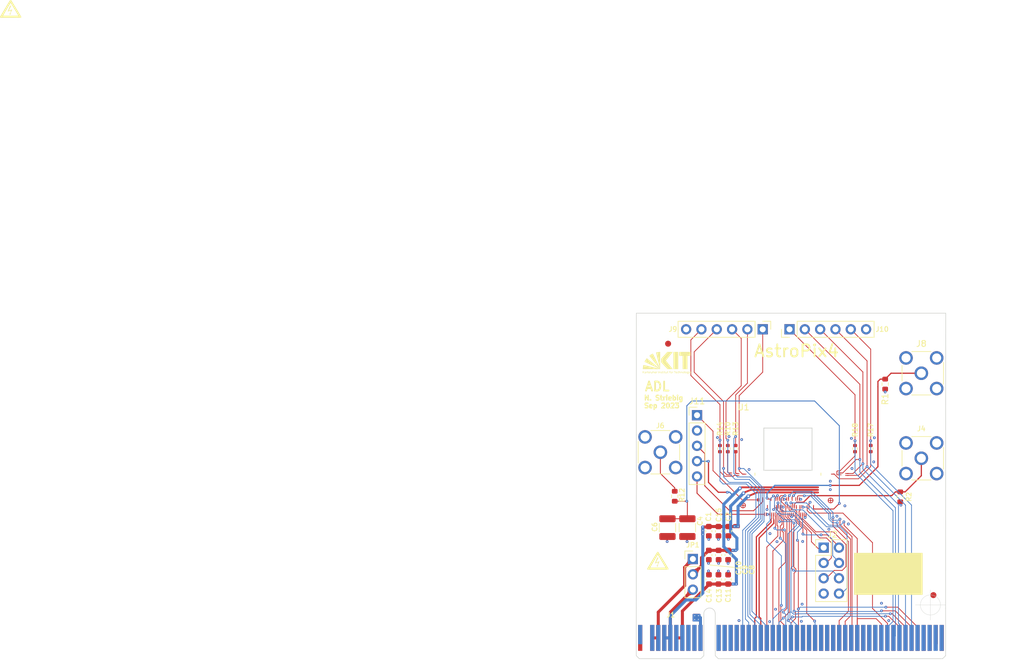
<source format=kicad_pcb>
(kicad_pcb (version 20240108) (generator "pcbnew") (generator_version "8.0")
  (title_block (title "AstroPix4 Carrier") (date "2023-09-28") (rev "1.0") (company "Nicolas Striebig, KIT IPE"))
  (layers (0 "F.Cu" signal) (1 "In1.Cu" signal) (2 "In2.Cu" signal) (31 "B.Cu" signal) (34 "B.Paste" user) (35 "F.Paste" user) (36 "B.SilkS" user "B.Silkscreen") (37 "F.SilkS" user "F.Silkscreen") (38 "B.Mask" user) (39 "F.Mask" user) (44 "Edge.Cuts" user))
  (net 0 "")
  (net 1 "VDD")
  (net 2 "VDDA")
  (net 5 "suba")
  (net 6 "/res_n")
  (net 8 "/DAC_blpix")
  (net 9 "/Inj")
  (net 10 "/DAC_VCasc2!")
  (net 11 "/DAC_vminuspix")
  (net 12 "/DAC_ThPix")
  (net 13 "/timestamp_clk")
  (net 14 "/sr_ck2")
  (net 15 "/sr_ck1")
  (net 16 "/sr_ld")
  (net 17 "/sr_sin")
  (net 18 "/hold")
  (net 19 "GND")
  (net 20 "/interrupt")
  (net 21 "/VDD18_in")
  (net 23 "/POW4_in")
  (net 24 "/spi_left_csn")
  (net 25 "/spi_left_clk")
  (net 26 "/spi_left_mosi")
  (net 27 "/spi_left_miso0")
  (net 28 "/spi_left_miso1")
  (net 29 "/spi_right_csn")
  (net 30 "/spi_right_clk")
  (net 31 "/spi_right_mosi")
  (net 32 "/spi_right_miso0")
  (net 33 "/spi_right_miso1")
  (net 36 "/sr_rb")
  (net 37 "/sr_out")
  (net 69 "/clk20_P")
  (net 70 "/DigInj")
  (net 71 "/clk20_N")
  (net 80 "unconnected-(J1-FMC_LA16_N-PadB41)")
  (net 81 "/sr_ldtdac")
  (net 85 "/vdac_test")
  (net 86 "VSSA")
  (net 87 "Net-(J4-In)")
  (net 88 "Net-(J8-In)")
  (net 89 "Net-(J11-Pin_1)")
  (net 90 "Net-(J11-Pin_3)")
  (net 91 "Net-(J11-Pin_5)")
  (net 92 "Net-(U1B-spi_left_MISO1)")
  (net 93 "Net-(U1B-spi_left_MISO0)")
  (net 94 "Net-(U1B-spi_left_CSN)")
  (net 95 "Net-(U1B-spi_right_MOSI)")
  (net 96 "Net-(U1B-spi_right_CLK)")
  (net 97 "/HV_in_ext")
  (net 98 "/Vtemp1")
  (net 99 "/Vtemp2")
  (net 100 "/cascpix")
  (net 101 "/pamp")
  (net 102 "/VPBias")
  (net 103 "/pload")
  (net 105 "unconnected-(U1B-Qdac<1>-PadB52)")
  (footprint "Capacitor_SMD:C_0603_1608Metric" (layer "F.Cu") (at 120.7516 92.0496 -90)
    (property "Reference" "C8")
    (property "Value" "1nF" (hide yes))
  )
  (footprint "Capacitor_SMD:C_0603_1608Metric" (layer "F.Cu") (at 119.1768 92.0496 -90)
    (property "Reference" "C9")
    (property "Value" ".1uF" (hide yes))
  )
  (footprint "Capacitor_SMD:C_0603_1608Metric" (layer "F.Cu") (at 117.5512 92.0496 -90)
    (property "Reference" "C10")
    (property "Value" "10uF" (hide yes))
  )
  (footprint "Connector_Coaxial:SMA_Molex_73251-2200_Horizontal" (layer "F.Cu") (at 109.52 75 90)
    (property "Reference" "J6")
    (property "Value" "HV_in_external" (hide yes))
  )
  (footprint "Connector_PinHeader_2.54mm:PinHeader_1x06_P2.54mm_Vertical" (layer "F.Cu") (at 126.492 54.61 -90)
    (property "Reference" "J9")
    (property "Value" "SPI_left" (hide yes))
  )
  (footprint "Capacitor_SMD:C_1210_3225Metric" (layer "F.Cu") (at 110.6932 87.503 90)
    (property "Reference" "C6")
    (property "Value" ".1uF" (hide yes))
  )
  (footprint "Capacitor_SMD:C_1210_3225Metric" (layer "F.Cu") (at 113.9952 87.503 90)
    (property "Reference" "C4")
    (property "Value" "1nF" (hide yes))
  )
  (footprint "Fiducial:Fiducial_1mm_Mask2mm" (layer "F.Cu") (at 154.8 98.7)
    (property "Reference" "FID2" (hide yes))
    (property "Value" "Fiducial" (hide yes))
  )
  (footprint "Connector_PinHeader_2.54mm:PinHeader_1x06_P2.54mm_Vertical" (layer "F.Cu") (at 130.937 54.61 90)
    (property "Reference" "J10")
    (property "Value" "SPI_right" (hide yes))
  )
  (footprint "astropix:pcie_astropix" (layer "F.Cu") (at 129.032 100.711)
    (property "Reference" "J1")
    (property "Value" "pcie_GECCO" (hide yes))
    (fp_line (start -23.51 0.13) (end -23.51 8.03) (stroke (width 0.1)) (layer "Edge.Cuts"))
    (fp_line (start -23.51 8.03) (end -23.01 8.53) (stroke (width 0.1)) (layer "Edge.Cuts"))
    (fp_line (start -23.01 8.53) (end -12.81 8.53) (stroke (width 0.1)) (layer "Edge.Cuts"))
    (fp_line (start -12.31 1.08) (end -12.31 8.03) (stroke (width 0.1)) (layer "Edge.Cuts"))
    (fp_line (start -12.31 8.03) (end -12.81 8.53) (stroke (width 0.1)) (layer "Edge.Cuts"))
    (fp_line (start -10.41 1.08) (end -10.41 8.03) (stroke (width 0.1)) (layer "Edge.Cuts"))
    (fp_line (start -10.41 8.03) (end -9.91 8.53) (stroke (width 0.1)) (layer "Edge.Cuts"))
    (fp_line (start -9.91 8.53) (end 27.29 8.53) (stroke (width 0.1)) (layer "Edge.Cuts"))
    (fp_line (start 27.79 0.13) (end 27.79 8.03) (stroke (width 0.1)) (layer "Edge.Cuts"))
    (fp_line (start 27.79 8.03) (end 27.29 8.53) (stroke (width 0.1)) (layer "Edge.Cuts"))
    (fp_arc (start -12.31 1.08) (mid -11.36 0.13) (end -10.41 1.08) (stroke (width 0.1)) (layer "Edge.Cuts"))
  )
  (footprint "Connector_PinHeader_2.54mm:PinHeader_1x03_P2.54mm_Vertical" (layer "F.Cu") (at 114.9096 92.71)
    (property "Reference" "JP1")
    (property "Value" "VDD_JP" (hide yes))
  )
  (footprint "Capacitor_SMD:C_0603_1608Metric" (layer "F.Cu") (at 120.7516 96.0882 90)
    (property "Reference" "C11")
    (property "Value" "1nF" (hide yes))
  )
  (footprint "Capacitor_SMD:C_0603_1608Metric" (layer "F.Cu") (at 119.1514 96.0882 90)
    (property "Reference" "C13")
    (property "Value" ".1uF" (hide yes))
  )
  (footprint "astropix:hv" (layer "F.Cu") (at 109.1 93)
    (property "Reference" "Logo2" (hide yes))
    (property "Value" "HV_logo" (hide yes))
  )
  (footprint "Resistor_SMD:R_0603_1608Metric" (layer "F.Cu") (at 111.9 82.3 -90)
    (property "Reference" "R12")
    (property "Value" "1k" (hide yes))
  )
  (footprint "Capacitor_SMD:C_0603_1608Metric" (layer "F.Cu") (at 117.5766 96.0882 90)
    (property "Reference" "C14")
    (property "Value" "10uF" (hide yes))
  )
  (footprint "Resistor_SMD:R_0402_1005Metric" (layer "F.Cu") (at 122 74.4 90)
    (property "Reference" "R13")
    (property "Value" "22" (hide yes))
  )
  (footprint "Resistor_SMD:R_0402_1005Metric" (layer "F.Cu") (at 119.4 74.4 90)
    (property "Reference" "R14")
    (property "Value" "22" (hide yes))
  )
  (footprint "Resistor_SMD:R_0402_1005Metric" (layer "F.Cu") (at 120.7 74.4 90)
    (property "Reference" "R10")
    (property "Value" "22" (hide yes))
  )
  (footprint "MountingHole:MountingHole_3.2mm_M3" (layer "F.Cu") (at 118.85 59.95)
    (property "Reference" "H1" (hide yes))
    (property "Value" "MountingHole" (hide yes))
  )
  (footprint "Fiducial:Fiducial_1mm_Mask2mm" (layer "F.Cu") (at 110.8 57)
    (property "Reference" "FID1" (hide yes))
    (property "Value" "Fiducial" (hide yes))
  )
  (footprint "astropix:logo" (layer "F.Cu") (at 110.6 60.2)
    (property "Reference" "Logo1" (hide yes))
    (property "Value" "KIT_logo" (hide yes))
  )
  (footprint "astropix:bonder" (layer "F.Cu") (at 131.5 68.8)
    (property "Reference" "H3" (hide yes))
    (property "Value" "bonder" (hide yes))
  )
  (footprint "MountingHole:MountingHole_3.2mm_M3" (layer "F.Cu") (at 145.4 87.1)
    (property "Reference" "H2" (hide yes))
    (property "Value" "MountingHole" (hide yes))
  )
  (footprint "Resistor_SMD:R_0402_1005Metric" (layer "F.Cu") (at 141.8 74.4 -90)
    (property "Reference" "R18")
    (property "Value" "22")
  )
  (footprint "Connector_Coaxial:SMA_Molex_73251-2200_Horizontal" (layer "F.Cu") (at 152.8 76 -90)
    (property "Reference" "J4")
    (property "Value" "SFOut" (hide yes))
  )
  (footprint "astropix:AstroPix4" (layer "F.Cu") (at 125.6725 79.995)
    (property "Reference" "U1")
    (property "Value" "AstroPix4_split_powerring")
    (fp_line (start 1 -9) (end 9 -9) (stroke (width 0.12)) (layer "Edge.Cuts"))
    (fp_line (start 1 -2) (end 1 -9) (stroke (width 0.12)) (layer "Edge.Cuts"))
    (fp_line (start 9 -9) (end 9 -2) (stroke (width 0.12)) (layer "Edge.Cuts"))
    (fp_line (start 9 -2) (end 1 -2) (stroke (width 0.12)) (layer "Edge.Cuts"))
  )
  (footprint "Capacitor_SMD:C_0603_1608Metric" (layer "F.Cu") (at 120.8 88.1 -90)
    (property "Reference" "C2")
    (property "Value" ".1uF" (hide yes))
  )
  (footprint "Connector_PinHeader_2.54mm:PinHeader_1x05_P2.54mm_Vertical" (layer "F.Cu") (at 115.6 68.86)
    (property "Reference" "J11")
    (property "Value" "HV")
  )
  (footprint "Capacitor_SMD:C_0603_1608Metric" (layer "F.Cu") (at 119.15 88.1 -90)
    (property "Reference" "C15")
    (property "Value" "10uF" (hide yes))
  )
  (footprint "Connector_PinHeader_2.54mm:PinHeader_2x04_P2.54mm_Vertical" (layer "F.Cu") (at 136.6 90.82)
    (property "Reference" "J2")
    (property "Value" "Conn_02x04_Odd_Even")
  )
  (footprint "Connector_Coaxial:SMA_Molex_73251-2200_Horizontal" (layer "F.Cu") (at 152.8 61.9 -90)
    (property "Reference" "J8")
    (property "Value" "HBOut")
  )
  (footprint "astropix:hv" (layer "F.Cu") (at 1.768853 1.47185)
    (property "Reference" "Logo3" (hide yes))
    (property "Value" "HV_logo" (hide yes))
  )
  (footprint "Resistor_SMD:R_0603_1608Metric" (layer "F.Cu") (at 146.8 63.7 -90)
    (property "Reference" "R1")
    (property "Value" "2.2k")
  )
  (footprint "Resistor_SMD:R_0402_1005Metric" (layer "F.Cu") (at 144.4 74.39 -90)
    (property "Reference" "R17")
    (property "Value" "22")
  )
  (footprint "Capacitor_SMD:C_0603_1608Metric" (layer "F.Cu") (at 117.55 88.1 -90)
    (property "Reference" "C1")
    (property "Value" "1nF" (hide yes))
  )
  (footprint "Resistor_SMD:R_0603_1608Metric" (layer "F.Cu") (at 149.3 82.4 -90)
    (property "Reference" "R2")
    (property "Value" "2.2k" (hide yes))
  )
  (gr_poly (pts (xy 152.968 98.6) (xy 141.6904 98.6) (xy 141.6904 91.742) (xy 152.968 91.742)) (stroke (width 0.1)) (fill solid) (layer "F.SilkS"))
  (gr_line (start 121.8 94.1) (end 117.7 93.7) (stroke (width 0.12)) (layer "F.SilkS"))
  (gr_line (start 105.522 100.841) (end 105.537 51.943) (stroke (width 0.1)) (layer "Edge.Cuts"))
  (gr_line (start 105.537 51.943) (end 156.845 51.943) (stroke (width 0.1)) (layer "Edge.Cuts"))
  (gr_line (start 156.845 51.943) (end 156.822 100.841) (stroke (width 0.1)) (layer "Edge.Cuts"))
  (gr_text "AstroPix4\n" (at 124.9 58.2 0) (layer "F.SilkS") (effects (font (size 2 2) (thickness 0.3)) (justify left)))
  (gr_text "N. Striebig\nSep 2023" (at 106.714 66.64 0) (layer "F.SilkS") (effects (font (size 0.8 0.8) (thickness 0.2)) (justify left)))
  (gr_text "ADL" (at 109 64.1 0) (layer "F.SilkS") (effects (font (size 1.5 1.5) (thickness 0.3))))
  (target plus (at 154.305 100.33) (size 5) (width 0.05) (layer "Edge.Cuts"))
  (segment (start 121.5237 91.2746) (end 122.0254 91.2746) (width 0.25) (layer "F.Cu") (net 1))
  (segment (start 117.5512 91.2746) (end 122.0254 91.2746) (width 0.5) (layer "F.Cu") (net 1))
  (segment (start 116.332 92.4938) (end 117.5512 91.2746) (width 0.5) (layer "F.Cu") (net 1))
  (segment (start 114.9096 95.25) (end 116.332 93.8276) (width 0.5) (layer "F.Cu") (net 1))
  (segment (start 116.332 93.8276) (end 116.332 92.4938) (width 0.5) (layer "F.Cu") (net 1))
  (via (at 122.0254 91.2746) (size 0.45) (drill 0.15) (layers "F.Cu" "B.Cu") (net 1))
  (via (at 123.3 81.8) (size 0.6) (drill 0.3) (layers "F.Cu" "B.Cu") (net 1))
  (via (at 121.5237 91.2746) (size 0.45) (drill 0.15) (layers "F.Cu" "B.Cu") (net 1))
  (segment (start 122.208529 89.228529) (end 122.208529 91.091471) (width 0.5) (layer "B.Cu") (net 1))
  (segment (start 123.3 81.8) (end 121.175 83.925) (width 0.5) (layer "B.Cu") (net 1))
  (segment (start 122.0254 91.2746) (end 121.5237 91.2746) (width 0.5) (layer "B.Cu") (net 1))
  (segment (start 121.175 83.925) (end 121.175 87.805) (width 0.5) (layer "B.Cu") (net 1))
  (segment (start 121.175 87.805) (end 121.18 87.81) (width 0.5) (layer "B.Cu") (net 1))
  (segment (start 122.208529 91.091471) (end 122.0254 91.2746) (width 0.5) (layer "B.Cu") (net 1))
  (segment (start 121.18 87.81) (end 121.18 88.2) (width 0.5) (layer "B.Cu") (net 1))
  (segment (start 121.18 88.2) (end 122.208529 89.228529) (width 0.5) (layer "B.Cu") (net 1))
  (segment (start 117.5 76.512) (end 117.488 76.5) (width 0.125) (layer "F.Cu") (net 2))
  (segment (start 113.172 101.340602) (end 117.5512 96.961402) (width 0.5) (layer "F.Cu") (net 2))
  (segment (start 112.172 105.791) (end 113.172 105.791) (width 0.5) (layer "F.Cu") (net 2))
  (segment (start 120.7516 96.8632) (end 121.551404 96.8632) (width 0.25) (layer "F.Cu") (net 2))
  (segment (start 123.6725 80.795) (end 122.905 80.795) (width 0.15) (layer "F.Cu") (net 2))
  (segment (start 120.620492 81.64) (end 119.14 81.64) (width 0.2) (layer "F.Cu") (net 2))
  (segment (start 122.1102 96.8632) (end 122.1232 96.8502) (width 0.5) (layer "F.Cu") (net 2))
  (segment (start 119.14 81.64) (end 117.5 80) (width 0.2) (layer "F.Cu") (net 2))
  (segment (start 122.905 80.795) (end 122.7 81) (width 0.15) (layer "F.Cu") (net 2))
  (segment (start 117.5 80) (end 117.5 76.512) (width 0.2) (layer "F.Cu") (net 2))
  (segment (start 117.5512 96.961402) (end 117.5512 96.8632) (width 0.5) (layer "F.Cu") (net 2))
  (segment (start 117.5512 96.8632) (end 120.7516 96.8632) (width 0.5) (layer "F.Cu") (net 2))
  (segment (start 113.172 105.791) (end 113.172 101.340602) (width 0.5) (layer "F.Cu") (net 2))
  (segment (start 120.7516 96.8632) (end 122.1102 96.8632) (width 0.5) (layer "F.Cu") (net 2))
  (via (at 117.488 76.5) (size 0.45) (drill 0.15) (layers "F.Cu" "B.Cu") (net 2))
  (via (at 121.551404 96.8632) (size 0.45) (drill 0.15) (layers "F.Cu" "B.Cu") (net 2))
  (via (at 122.1232 96.8502) (size 0.45) (drill 0.15) (layers "F.Cu" "B.Cu") (net 2))
  (via (at 120.620492 81.64) (size 0.45) (drill 0.15) (layers "F.Cu" "B.Cu") (net 2))
  (via (at 122.7 81) (size 0.6) (drill 0.3) (layers "F.Cu" "B.Cu") (net 2))
  (segment (start 122.1232 92.757983) (end 122.1232 96.8502) (width 0.5) (layer "B.Cu") (net 2))
  (segment (start 121.02 81.64) (end 121.515 82.135) (width 0.2) (layer "B.Cu") (net 2))
  (segment (start 122.7 81) (end 122.7 80.95) (width 0.5) (layer "B.Cu") (net 2))
  (segment (start 121.515 82.135) (end 120.04 83.61) (width 0.5) (layer "B.Cu") (net 2))
  (segment (start 122.1232 96.8502) (end 121.564404 96.8502) (width 0.5) (layer "B.Cu") (net 2))
  (segment (start 122.7 80.95) (end 121.515 82.135) (width 0.5) (layer "B.Cu") (net 2))
  (segment (start 120.04 83.61) (end 120.04 90.674783) (width 0.5) (layer "B.Cu") (net 2))
  (segment (start 117.488 76.5) (end 115.62 76.5) (width 0.2) (layer "B.Cu") (net 2))
  (segment (start 120.620492 81.64) (end 121.02 81.64) (width 0.2) (layer "B.Cu") (net 2))
  (segment (start 122.6725 80.995) (end 122.6675 81) (width 0.5) (layer "B.Cu") (net 2))
  (segment (start 120.04 90.674783) (end 122.1232 92.757983) (width 0.5) (layer "B.Cu") (net 2))
  (segment (start 122.6675 81) (end 122.7 81) (width 0.5) (layer "B.Cu") (net 2))
  (segment (start 121.564404 96.8502) (end 121.551404 96.8632) (width 0.25) (layer "B.Cu") (net 2))
  (segment (start 115.62 76.5) (end 115.6 76.48) (width 0.125) (layer "B.Cu") (net 2))
  (segment (start 113.9 83.125) (end 113.9952 83.2202) (width 0.15) (layer "F.Cu") (net 5))
  (segment (start 134.9225 84.3525) (end 134.9225 84.045) (width 0.15) (layer "F.Cu") (net 5))
  (segment (start 134.99 84.42) (end 134.9225 84.3525) (width 0.15) (layer "F.Cu") (net 5))
  (segment (start 113.9 83.125) (end 111.9 83.125) (width 0.15) (layer "F.Cu") (net 5))
  (segment (start 110.6932 86.028) (end 113.9952 86.028) (width 0.15) (layer "F.Cu") (net 5))
  (segment (start 139.2 83.49) (end 138.27 84.42) (width 0.15) (layer "F.Cu") (net 5))
  (segment (start 113.9952 83.2202) (end 113.9952 86.028) (width 0.15) (layer "F.Cu") (net 5))
  (segment (start 138.27 84.42) (end 134.99 84.42) (width 0.15) (layer "F.Cu") (net 5))
  (via (at 113.9 83.125) (size 0.45) (drill 0.15) (layers "F.Cu" "B.Cu") (net 5))
  (via (at 139.2 83.49) (size 0.45) (drill 0.15) (layers "F.Cu" "B.Cu") (net 5))
  (segment (start 135.1 66.5) (end 114.7 66.5) (width 0.15) (layer "B.Cu") (net 5))
  (segment (start 139.2 83.49) (end 139.2 70.6) (width 0.15) (layer "B.Cu") (net 5))
  (segment (start 114.7 66.5) (end 113.9 67.3) (width 0.15) (layer "B.Cu") (net 5))
  (segment (start 113.9 67.3) (end 113.9 83.125) (width 0.15) (layer "B.Cu") (net 5))
  (segment (start 139.2 70.6) (end 135.1 66.5) (width 0.15) (layer "B.Cu") (net 5))
  (segment (start 128.6725 82.5025) (end 128.405272 82.235272) (width 0.125) (layer "F.Cu") (net 6))
  (segment (start 129.4875 103.0875) (end 130.172 103.772) (width 0.125) (layer "F.Cu") (net 6))
  (segment (start 128.6725 82.77) (end 128.6725 82.5025) (width 0.125) (layer "F.Cu") (net 6))
  (segment (start 129.4875 100.4965) (end 129.4875 103.0875) (width 0.125) (layer "F.Cu") (net 6))
  (segment (start 130.172 103.772) (end 130.172 105.791) (width 0.125) (layer "F.Cu") (net 6))
  (segment (start 128.405272 82.235272) (end 128.265771 82.235272) (width 0.125) (layer "F.Cu") (net 6))
  (segment (start 129.584 100.4) (end 129.4875 100.4965) (width 0.125) (layer "F.Cu") (net 6))
  (via (at 128.265771 82.235272) (size 0.45) (drill 0.15) (layers "F.Cu" "B.Cu") (net 6))
  (via (at 129.584 100.4) (size 0.45) (drill 0.15) (layers "F.Cu" "B.Cu") (net 6))
  (segment (start 129.584 100.4) (end 129.584 92.184) (width 0.125) (layer "B.Cu") (net 6))
  (segment (start 127.15 86.9) (end 127.7125 86.3375) (width 0.125) (layer "B.Cu") (net 6))
  (segment (start 127.7125 86.3375) (end 127.7125 82.788543) (width 0.125) (layer "B.Cu") (net 6))
  (segment (start 127.7125 82.788543) (end 128.265771 82.235272) (width 0.125) (layer "B.Cu") (net 6))
  (segment (start 129.584 92.184) (end 127.15 89.75) (width 0.125) (layer "B.Cu") (net 6))
  (segment (start 127.15 89.75) (end 127.15 86.9) (width 0.125) (layer "B.Cu") (net 6))
  (segment (start 130.7725 82.3275) (end 130.9 82.2) (width 0.125) (layer "F.Cu") (net 8))
  (segment (start 138.15 87.25) (end 140.7 89.8) (width 0.125) (layer "F.Cu") (net 8))
  (segment (start 130.7725 82.77) (end 130.7725 82.3275) (width 0.125) (layer "F.Cu") (net 8))
  (segment (start 140.7 89.8) (end 140.7 101.4) (width 0.125) (layer "F.Cu") (net 8))
  (segment (start 140.7 101.4) (end 139.172 102.928) (width 0.125) (layer "F.Cu") (net 8))
  (segment (start 139.172 102.928) (end 139.172 105.791) (width 0.125) (layer "F.Cu") (net 8))
  (segment (start 138.15 85.85) (end 138.15 87.25) (width 0.125) (layer "F.Cu") (net 8))
  (via (at 138.15 85.85) (size 0.45) (drill 0.15) (layers "F.Cu" "B.Cu") (net 8))
  (via (at 130.9 82.2) (size 0.45) (drill 0.15) (layers "F.Cu" "B.Cu") (net 8))
  (segment (start 130.9 82.186136) (end 131.579605 81.506531) (width 0.125) (layer "B.Cu") (net 8))
  (segment (start 130.9 82.2) (end 130.9 82.186136) (width 0.125) (layer "B.Cu") (net 8))
  (segment (start 131.579605 81.506531) (end 134.656531 81.506531) (width 0.125) (layer "B.Cu") (net 8))
  (segment (start 138.15 85) (end 134.656531 81.506531) (width 0.125) (layer "B.Cu") (net 8))
  (segment (start 138.15 85.85) (end 138.15 85) (width 0.125) (layer "B.Cu") (net 8))
  (segment (start 131.8325 84.5325) (end 132.15 84.850001) (width 0.125) (layer "F.Cu") (net 9))
  (segment (start 131.1725 84.482499) (end 131.2225 84.5325) (width 0.125) (layer "F.Cu") (net 9))
  (segment (start 131.2225 84.5325) (end 131.8325 84.5325) (width 0.125) (layer "F.Cu") (net 9))
  (segment (start 132.15 86.303554) (end 133.79 87.943554) (width 0.125) (layer "F.Cu") (net 9))
  (segment (start 133.79 101.69) (end 135.1 103) (width 0.125) (layer "F.Cu") (net 9))
  (segment (start 132.15 84.850001) (end 132.15 86.303554) (width 0.125) (layer "F.Cu") (net 9))
  (segment (start 131.1725 84.045) (end 131.1725 84.482499) (width 0.125) (layer "F.Cu") (net 9))
  (segment (start 133.79 87.943554) (end 133.79 101.69) (width 0.125) (layer "F.Cu") (net 9))
  (via (at 135.1 103) (size 0.45) (drill 0.15) (layers "F.Cu" "B.Cu") (net 9))
  (segment (start 135.172 105.791) (end 135.172 103.072) (width 0.125) (layer "B.Cu") (net 9))
  (segment (start 135.172 103.072) (end 135.1 103) (width 0.125) (layer "B.Cu") (net 9))
  (segment (start 132.2725 82.3325) (end 132.2725 82.77) (width 0.125) (layer "F.Cu") (net 10))
  (segment (start 133.39 82.22) (end 132.385 82.22) (width 0.125) (layer "F.Cu") (net 10))
  (segment (start 141.05 89.4) (end 138.85 87.2) (width 0.125) (layer "F.Cu") (net 10))
  (segment (start 138.85 86.7) (end 138.85 87.2) (width 0.125) (layer "F.Cu") (net 10))
  (segment (start 140.172 103.028) (end 141.05 102.15) (width 0.125) (layer "F.Cu") (net 10))
  (segment (start 132.385 82.22) (end 132.2725 82.3325) (width 0.125) (layer "F.Cu") (net 10))
  (segment (start 141.05 102.15) (end 141.05 89.4) (width 0.125) (layer "F.Cu") (net 10))
  (segment (start 140.172 105.791) (end 140.172 103.028) (width 0.125) (layer "F.Cu") (net 10))
  (via (at 138.85 86.7) (size 0.45) (drill 0.15) (layers "F.Cu" "B.Cu") (net 10))
  (via (at 133.39 82.22) (size 0.45) (drill 0.15) (layers "F.Cu" "B.Cu") (net 10))
  (segment (start 137.45 86.086917) (end 138.063083 86.7) (width 0.125) (layer "B.Cu") (net 10))
  (segment (start 133.39 82.22) (end 134.423553 82.22) (width 0.125) (layer "B.Cu") (net 10))
  (segment (start 134.423553 82.22) (end 137.45 85.246447) (width 0.125) (layer "B.Cu") (net 10))
  (segment (start 137.45 85.246447) (end 137.45 86.086917) (width 0.125) (layer "B.Cu") (net 10))
  (segment (start 138.063083 86.7) (end 138.85 86.7) (width 0.125) (layer "B.Cu") (net 10))
  (segment (start 142.172 105.791) (end 142.172 102.6) (width 0.125) (layer "F.Cu") (net 11))
  (segment (start 131.260498 83.395498) (end 131.4725 83.6075) (width 0.125) (layer "F.Cu") (net 11))
  (segment (start 131.17 83.395498) (end 131.260498 83.395498) (width 0.125) (layer "F.Cu") (net 11))
  (segment (start 140 87.15) (end 140 86.6) (width 0.125) (layer "F.Cu") (net 11))
  (segment (start 146.172 103.472) (end 146.172 105.791) (width 0.125) (layer "F.Cu") (net 11))
  (segment (start 145.3 102.6) (end 146.172 103.472) (width 0.125) (layer "F.Cu") (net 11))
  (segment (start 142.172 89.322) (end 140 87.15) (width 0.125) (layer "F.Cu") (net 11))
  (segment (start 140 86.6) (end 139.95 86.55) (width 0.125) (layer "F.Cu") (net 11))
  (segment (start 142.172 105.791) (end 142.172 89.322) (width 0.125) (layer "F.Cu") (net 11))
  (segment (start 131.4725 83.6075) (end 131.4725 84.045) (width 0.125) (layer "F.Cu") (net 11))
  (segment (start 142.172 102.6) (end 145.3 102.6) (width 0.125) (layer "F.Cu") (net 11))
  (via (at 131.17 83.395498) (size 0.45) (drill 0.15) (layers "F.Cu" "B.Cu") (net 11))
  (via (at 139.95 86.55) (size 0.45) (drill 0.15) (layers "F.Cu" "B.Cu") (net 11))
  (segment (start 133.732998 83.395498) (end 137.445 87.1075) (width 0.125) (layer "B.Cu") (net 11))
  (segment (start 137.445 87.1075) (end 137.744417 87.1075) (width 0.125) (layer "B.Cu") (net 11))
  (segment (start 137.744417 87.1075) (end 137.749417 87.1125) (width 0.125) (layer "B.Cu") (net 11))
  (segment (start 137.749417 87.1125) (end 139.3875 87.1125) (width 0.125) (layer "B.Cu") (net 11))
  (segment (start 139.3875 87.1125) (end 139.95 86.55) (width 0.125) (layer "B.Cu") (net 11))
  (segment (start 131.17 83.395498) (end 133.732998 83.395498) (width 0.125) (layer "B.Cu") (net 11))
  (segment (start 131.3725 82.4275) (end 131.3725 82.77) (width 0.125) (layer "F.Cu") (net 12))
  (segment (start 139.3 86.1) (end 139.3 87) (width 0.125) (layer "F.Cu") (net 12))
  (segment (start 131.6 82.2) (end 131.3725 82.4275) (width 0.125) (layer "F.Cu") (net 12))
  (segment (start 141.172 103.991) (end 141.172 105.791) (width 0.125) (layer "F.Cu") (net 12))
  (segment (start 139.3 87) (end 141.3 89) (width 0.125) (layer "F.Cu") (net 12))
  (segment (start 141.3 89) (end 141.3 103.863) (width 0.125) (layer "F.Cu") (net 12))
  (segment (start 141.3 103.863) (end 141.172 103.991) (width 0.125) (layer "F.Cu") (net 12))
  (via (at 131.6 82.2) (size 0.45) (drill 0.15) (layers "F.Cu" "B.Cu") (net 12))
  (via (at 139.3 86.1) (size 0.45) (drill 0.15) (layers "F.Cu" "B.Cu") (net 12))
  (segment (start 131.6 82.2) (end 132.043469 81.756531) (width 0.125) (layer "B.Cu") (net 12))
  (segment (start 139.1125 86.2875) (end 139.3 86.1) (width 0.125) (layer "B.Cu") (net 12))
  (segment (start 137.7375 85.0875) (end 137.7375 86.020864) (width 0.125) (layer "B.Cu") (net 12))
  (segment (start 137.7375 86.020864) (end 138.004136 86.2875) (width 0.125) (layer "B.Cu") (net 12))
  (segment (start 132.043469 81.756531) (end 134.406531 81.756531) (width 0.125) (layer "B.Cu") (net 12))
  (segment (start 134.406531 81.756531) (end 137.7375 85.0875) (width 0.125) (layer "B.Cu") (net 12))
  (segment (start 138.004136 86.2875) (end 139.1125 86.2875) (width 0.125) (layer "B.Cu") (net 12))
  (segment (start 129.95 87.438679) (end 129.675 87.713679) (width 0.125) (layer "F.Cu") (net 13))
  (segment (start 129.628946 84.7825) (end 129.7225 84.876054) (width 0.125) (layer "F.Cu") (net 13))
  (segment (start 129.7225 84.876054) (end 129.7225 85.968946) (width 0.125) (layer "F.Cu") (net 13))
  (segment (start 129.9125 88.292907) (end 129.9125 89.6375) (width 0.125) (layer "F.Cu") (net 13))
  (segment (start 129.675 88.055407) (end 129.9125 88.292907) (width 0.125) (layer "F.Cu") (net 13))
  (segment (start 129.675 87.713679) (end 129.675 88.055407) (width 0.125) (layer "F.Cu") (net 13))
  (segment (start 128.7725 84.045) (end 128.7725 84.4825) (width 0.125) (layer "F.Cu") (net 13))
  (segment (start 129.95 86.196446) (end 129.95 87.438679) (width 0.125) (layer "F.Cu") (net 13))
  (segment (start 129.0725 84.7825) (end 129.628946 84.7825) (width 0.125) (layer "F.Cu") (net 13))
  (segment (start 129.9125 89.6375) (end 128.172 91.378) (width 0.125) (layer "F.Cu") (net 13))
  (segment (start 128.7725 84.4825) (end 129.0725 84.7825) (width 0.125) (layer "F.Cu") (net 13))
  (segment (start 129.7225 85.968946) (end 129.95 86.196446) (width 0.125) (layer "F.Cu") (net 13))
  (segment (start 128.172 91.378) (end 128.172 105.791) (width 0.125) (layer "F.Cu") (net 13))
  (segment (start 147.9685 101.7875) (end 150.172 103.991) (width 0.125) (layer "F.Cu") (net 14))
  (segment (start 129.0725 83.6075) (end 129.0725 84.045) (width 0.125) (layer "F.Cu") (net 14))
  (segment (start 129.0225 83.5575) (end 129.0725 83.6075) (width 0.125) (layer "F.Cu") (net 14))
  (segment (start 129.026827 83.419502) (end 129.0225 83.423829) (width 0.125) (layer "F.Cu") (net 14))
  (segment (start 150.172 103.991) (end 150.172 105.791) (width 0.125) (layer "F.Cu") (net 14))
  (segment (start 129.0225 83.423829) (end 129.0225 83.5575) (width 0.125) (layer "F.Cu") (net 14))
  (segment (start 147.66 101.7875) (end 147.9685 101.7875) (width 0.125) (layer "F.Cu") (net 14))
  (via (at 147.66 101.7875) (size 0.45) (drill 0.15) (layers "F.Cu" "B.Cu") (net 14))
  (via (at 129.026827 83.419502) (size 0.45) (drill 0.15) (layers "F.Cu" "B.Cu") (net 14))
  (segment (start 132.57 86.37) (end 132.57 87.19) (width 0.125) (layer "B.Cu") (net 14))
  (segment (start 147.66 101.7875) (end 132.215864 101.7875) (width 0.125) (layer "B.Cu") (net 14))
  (segment (start 131.1755 94.2245) (end 131.1755 101.4365) (width 0.125) (layer "B.Cu") (net 14))
  (segment (start 131.558536 101.8325) (end 131.1755 101.449464) (width 0.125) (layer "B.Cu") (net 14))
  (segment (start 131 101.612) (end 131 102.5) (width 0.125) (layer "B.Cu") (net 14))
  (segment (start 132.215864 101.7875) (end 132.170864 101.8325) (width 0.125) (layer "B.Cu") (net 14))
  (segment (start 132.57 87.19) (end 131.5 88.26) (width 0.125) (layer "B.Cu") (net 14))
  (segment (start 131 102.5) (end 132.172 103.672) (width 0.125) (layer "B.Cu") (net 14))
  (segment (start 129.026827 83.419502) (end 128.9625 83.483829) (width 0.125) (layer "B.Cu") (net 14))
  (segment (start 131.5 88.26) (end 131.5 93.9) (width 0.125) (layer "B.Cu") (net 14))
  (segment (start 129.533947 85.2875) (end 131.4875 85.2875) (width 0.125) (layer "B.Cu") (net 14))
  (segment (start 132.170864 101.8325) (end 131.558536 101.8325) (width 0.125) (layer "B.Cu") (net 14))
  (segment (start 131.1755 101.4365) (end 131 101.612) (width 0.125) (layer "B.Cu") (net 14))
  (segment (start 128.9625 84.716053) (end 129.533947 85.2875) (width 0.125) (layer "B.Cu") (net 14))
  (segment (start 128.9625 83.483829) (end 128.9625 84.716053) (width 0.125) (layer "B.Cu") (net 14))
  (segment (start 131.4875 85.2875) (end 132.57 86.37) (width 0.125) (layer "B.Cu") (net 14))
  (segment (start 131.5 93.9) (end 131.1755 94.2245) (width 0.125) (layer "B.Cu") (net 14))
  (segment (start 132.172 103.672) (end 132.172 105.791) (width 0.125) (layer "B.Cu") (net 14))
  (segment (start 130.724 102.9) (end 130.820672 102.9) (width 0.125) (layer "F.Cu") (net 15))
  (segment (start 149.172 103.9815) (end 149.172 105.791) (width 0.125) (layer "F.Cu") (net 15))
  (segment (start 128.9725 82.219138) (end 128.9725 82.77) (width 0.125) (layer "F.Cu") (net 15))
  (segment (start 128.941087 82.187725) (end 128.9725 82.219138) (width 0.125) (layer "F.Cu") (net 15))
  (segment (start 147.39 102.1995) (end 149.172 103.9815) (width 0.125) (layer "F.Cu") (net 15))
  (segment (start 130.820672 102.9) (end 131.412 102.308672) (width 0.125) (layer "F.Cu") (net 15))
  (segment (start 146.85 102.1995) (end 147.39 102.1995) (width 0.125) (layer "F.Cu") (net 15))
  (via (at 131.412 102.308672) (size 0.45) (drill 0.15) (layers "F.Cu" "B.Cu") (net 15))
  (via (at 128.941087 82.187725) (size 0.45) (drill 0.15) (layers "F.Cu" "B.Cu") (net 15))
  (via (at 130.724 102.9) (size 0.45) (drill 0.15) (layers "F.Cu" "B.Cu") (net 15))
  (via (at 146.85 102.1995) (size 0.45) (drill 0.15) (layers "F.Cu" "B.Cu") (net 15))
  (segment (start 131.415828 102.3125) (end 132.9875 102.3125) (width 0.125) (layer "B.Cu") (net 15))
  (segment (start 131.172 103.348) (end 131.172 105.791) (width 0.125) (layer "B.Cu") (net 15))
  (segment (start 131.412 102.308672) (end 131.415828 102.3125) (width 0.125) (layer "B.Cu") (net 15))
  (segment (start 128.896682 82.187725) (end 128.45 82.634407) (width 0.125) (layer "B.Cu") (net 15))
  (segment (start 132.067941 86.517941) (end 132.067941 87.142059) (width 0.125) (layer "B.Cu") (net 15))
  (segment (start 128.7125 84.9125) (end 130 86.2) (width 0.125) (layer "B.Cu") (net 15))
  (segment (start 131.75 86.2) (end 132.067941 86.517941) (width 0.125) (layer "B.Cu") (net 15))
  (segment (start 133.088939 102.211061) (end 133 102.3) (width 0.125) (layer "B.Cu") (net 15))
  (segment (start 132.067941 87.142059) (end 130.7 88.51) (width 0.125) (layer "B.Cu") (net 15))
  (segment (start 130 86.2) (end 131.75 86.2) (width 0.125) (layer "B.Cu") (net 15))
  (segment (start 128.45 82.634407) (end 128.45 84.066636) (width 0.125) (layer "B.Cu") (net 15))
  (segment (start 128.941087 82.187725) (end 128.896682 82.187725) (width 0.125) (layer "B.Cu") (net 15))
  (segment (start 128.7125 84.329136) (end 128.7125 84.9125) (width 0.125) (layer "B.Cu") (net 15))
  (segment (start 130.7 102.6) (end 130.724 102.624) (width 0.125) (layer "B.Cu") (net 15))
  (segment (start 128.45 84.066636) (end 128.7125 84.329136) (width 0.125) (layer "B.Cu") (net 15))
  (segment (start 146.85 102.1995) (end 146.838439 102.211061) (width 0.125) (layer "B.Cu") (net 15))
  (segment (start 132.9875 102.3125) (end 133.088939 102.211061) (width 0.125) (layer "B.Cu") (net 15))
  (segment (start 130.7 88.51) (end 130.7 102.6) (width 0.125) (layer "B.Cu") (net 15))
  (segment (start 130.724 102.9) (end 131.172 103.348) (width 0.125) (layer "B.Cu") (net 15))
  (segment (start 130.724 102.624) (end 130.724 102.9) (width 0.125) (layer "B.Cu") (net 15))
  (segment (start 146.838439 102.211061) (end 133.088939 102.211061) (width 0.125) (layer "B.Cu") (net 15))
  (segment (start 131.172 103.328) (end 131.94 102.56) (width 0.125) (layer "F.Cu") (net 16))
  (segment (start 129.1725 85.295) (end 129.1725 86.385) (width 0.125) (layer "F.Cu") (net 16))
  (segment (start 131.7 101.38) (end 131.7 95.031364) (width 0.125) (layer "F.Cu") (net 16))
  (segment (start 131.7 95.031364) (end 132.0005 94.730864) (width 0.125) (layer "F.Cu") (net 16))
  (segment (start 132.0005 94.389136) (end 131.655441 94.044077) (width 0.125) (layer "F.Cu") (net 16))
  (segment (start 131.655441 94.044077) (end 131.655441 86.745913) (width 0.125) (layer "F.Cu") (net 16))
  (segment (start 132.0005 94.730864) (end 132.0005 94.389136) (width 0.125) (layer "F.Cu") (net 16))
  (segment (start 129.1725 86.385) (end 129.2875 86.5) (width 0.125) (layer "F.Cu") (net 16))
  (segment (start 151.172 103.991) (end 148.481 101.3) (width 0.125) (layer "F.Cu") (net 16))
  (segment (start 131.172 105.791) (end 131.172 103.328) (width 0.125) (layer "F.Cu") (net 16))
  (segment (start 148.481 101.3) (end 146.2 101.3) (width 0.125) (layer "F.Cu") (net 16))
  (segment (start 151.172 105.791) (end 151.172 103.991) (width 0.125) (layer "F.Cu") (net 16))
  (segment (start 131.94 102.56) (end 131.94 101.62) (width 0.125) (layer "F.Cu") (net 16))
  (segment (start 131.94 101.62) (end 131.7 101.38) (width 0.125) (layer "F.Cu") (net 16))
  (via (at 146.2 101.3) (size 0.45) (drill 0.15) (layers "F.Cu" "B.Cu") (net 16))
  (via (at 131.655441 86.745913) (size 0.45) (drill 0.15) (layers "F.Cu" "B.Cu") (net 16))
  (via (at 129.2875 86.5) (size 0.45) (drill 0.15) (layers "F.Cu" "B.Cu") (net 16))
  (via (at 131.69 101.37) (size 0.45) (drill 0.15) (layers "F.Cu" "B.Cu") (net 16))
  (segment (start 146.0875 101.4125) (end 146.2 101.3) (width 0.125) (layer "B.Cu") (net 16))
  (segment (start 131.7325 101.4125) (end 146.0875 101.4125) (width 0.125) (layer "B.Cu") (net 16))
  (segment (start 131.409528 86.5) (end 131.655441 86.745913) (width 0.125) (layer "B.Cu") (net 16))
  (segment (start 131.69 101.37) (end 131.7325 101.4125) (width 0.125) (layer "B.Cu") (net 16))
  (segment (start 129.2875 86.5) (end 131.409528 86.5) (width 0.125) (layer "B.Cu") (net 16))
  (segment (start 132.4 89.762) (end 132.238 89.6) (width 0.125) (layer "F.Cu") (net 17))
  (segment (start 132.412 105.551) (end 132.412 100.665554) (width 0.125) (layer "F.Cu") (net 17))
  (segment (start 148.881 100.7) (end 152.172 103.991) (width 0.125) (layer "F.Cu") (net 17))
  (segment (start 132.4 100.653553) (end 132.4 89.762) (width 0.125) (layer "F.Cu") (net 17))
  (segment (start 132.172 105.791) (end 132.412 105.551) (width 0.125) (layer "F.Cu") (net 17))
  (segment (start 132.412 100.665554) (end 132.4 100.653553) (width 0.125) (layer "F.Cu") (net 17))
  (segment (start 130.184319 82.20313) (end 129.50187 82.20313) (width 0.125) (layer "F.Cu") (net 17))
  (segment (start 129.50187 82.20313) (end 129.2725 82.4325) (width 0.125) (layer "F.Cu") (net 17))
  (segment (start 146.92 100.7) (end 148.881 100.7) (width 0.125) (layer "F.Cu") (net 17))
  (segment (start 129.2725 82.4325) (end 129.2725 82.77) (width 0.125) (layer "F.Cu") (net 17))
  (segment (start 152.172 103.991) (end 152.172 105.791) (width 0.125) (layer "F.Cu") (net 17))
  (via (at 146.92 100.7) (size 0.45) (drill 0.15) (layers "F.Cu" "B.Cu") (net 17))
  (via (at 132.238 89.6) (size 0.45) (drill 0.15) (layers "F.Cu" "B.Cu") (net 17))
  (via (at 130.184319 82.20313) (size 0.45) (drill 0.15) (layers "F.Cu" "B.Cu") (net 17))
  (via (at 132.412 101) (size 0.45) (drill 0.15) (layers "F.Cu" "B.Cu") (net 17))
  (segment (start 146.92 100.7) (end 132.712 100.7) (width 0.125) (layer "B.Cu") (net 17))
  (segment (start 132.24 88.26) (end 132.24 89.507364) (width 0.125) (layer "B.Cu") (net 17))
  (segment (start 129.8 84.8) (end 131.7 84.8) (width 0.125) (layer "B.Cu") (net 17))
  (segment (start 130.2 82.169065) (end 130.030935 82.169065) (width 0.125) (layer "B.Cu") (net 17))
  (segment (start 130.030935 82.169065) (end 129.4875 82.7125) (width 0.125) (layer "B.Cu") (net 17))
  (segment (start 132.712 100.7) (end 132.412 101) (width 0.125) (layer "B.Cu") (net 17))
  (segment (start 129.4875 82.7125) (end 129.4875 84.4875) (width 0.125) (layer "B.Cu") (net 17))
  (segment (start 129.4875 84.4875) (end 129.8 84.8) (width 0.125) (layer "B.Cu") (net 17))
  (segment (start 131.7 84.8) (end 133.1 86.2) (width 0.125) (layer "B.Cu") (net 17))
  (segment (start 133.1 86.2) (end 133.1 87.4) (width 0.125) (layer "B.Cu") (net 17))
  (segment (start 133.1 87.4) (end 132.24 88.26) (width 0.125) (layer "B.Cu") (net 17))
  (segment (start 132.24 89.507364) (end 132.238 89.509364) (width 0.125) (layer "B.Cu") (net 17))
  (segment (start 129 88.9) (end 127.172 90.728) (width 0.125) (layer "F.Cu") (net 18))
  (segment (start 127.172 90.728) (end 127.172 105.791) (width 0.125) (layer "F.Cu") (net 18))
  (segment (start 129 87.25) (end 129 88.9) (width 0.125) (layer "F.Cu") (net 18))
  (segment (start 128.8725 87.1225) (end 129 87.25) (width 0.125) (layer "F.Cu") (net 18))
  (segment (start 128.8725 85.295) (end 128.8725 87.1225) (width 0.125) (layer "F.Cu") (net 18))
  (segment (start 117.5512 95.3132) (end 117.5512 94.742012) (width 0.125) (layer "F.Cu") (net 19))
  (segment (start 117.5004 92.8754) (end 117.5512 92.8246) (width 0.125) (layer "F.Cu") (net 19))
  (segment (start 130.9725 85.5725) (end 131.1 85.7) (width 0.125) (layer "F.Cu") (net 19))
  (segment (start 134.1725 84.045) (end 134.1725 83.4775) (width 0.125) (layer "F.Cu") (net 19))
  (segment (start 127.3 85.3) (end 127.6675 85.3) (width 0.125) (layer "F.Cu") (net 19))
  (segment (start 119.2022 92.8246) (end 119.2022 93.2942) (width 0.125) (layer "F.Cu") (net 19))
  (segment (start 119.1768 93.4212) (end 119.1768 92.8246) (width 0.125) (layer "F.Cu") (net 19))
  (segment (start 119.1514 95.3132) (end 119.1514 94.691202) (width 0.125) (layer "F.Cu") (net 19))
  (segment (start 117.5004 93.4212) (end 117.5004 92.8754) (width 0.125) (layer "F.Cu") (net 19))
  (segment (start 131.5725 85.6) (end 131.4725 85.7) (width 0.125) (layer "F.Cu") (net 19))
  (segment (start 133.521904 85.818767) (end 133.3725 85.669363) (width 0.125) (layer "F.Cu") (net 19))
  (segment (start 130.1 82.8) (end 130.4425 82.8) (width 0.125) (layer "F.Cu") (net 19))
  (segment (start 116.172 105.791) (end 116.172 103.014814) (width 0.5) (layer "F.Cu") (net 19))
  (segment (start 117.5512 94.742012) (end 117.500388 94.6912) (width 0.125) (layer "F.Cu") (net 19))
  (segment (start 113.9444 88.978) (end 113.9444 89.814398) (width 0.125) (layer "F.Cu") (net 19))
  (segment (start 120.7516 95.3132) (end 120.7516 94.7674) (width 0.125) (layer "F.Cu") (net 19))
  (segment (start 120.7516 93.4212) (end 120.7516 92.8246) (width 0.125) (layer "F.Cu") (net 19))
  (segment (start 127.6675 85.3) (end 127.6725 85.295) (width 0.125) (layer "F.Cu") (net 19))
  (segment (start 133.521904 85.818767) (end 133.521904 85.681904) (width 0.125) (layer "F.Cu") (net 19))
  (segment (start 120.7516 94.7674) (end 120.777 94.742) (width 0.125) (layer "F.Cu") (net 19))
  (segment (start 131.2725 85.6725) (end 131.3 85.7) (width 0.125) (layer "F.Cu") (net 19))
  (segment (start 119.1514 94.691202) (end 119.151402 94.6912) (width 0.125) (layer "F.Cu") (net 19))
  (segment (start 131.4725 85.7) (end 131.3 85.7) (width 0.125) (layer "F.Cu") (net 19))
  (segment (start 131.5725 85.295) (end 131.5725 85.6) (width 0.125) (layer "F.Cu") (net 19))
  (segment (start 133.6725 85.668171) (end 133.6725 85.295) (width 0.125) (layer "F.Cu") (net 19))
  (segment (start 119.2022 93.2942) (end 119.253 93.345) (width 0.125) (layer "F.Cu") (net 19))
  (segment (start 133.3725 85.669363) (end 133.3725 85.295) (width 0.125) (layer "F.Cu") (net 19))
  (segment (start 131.2725 85.295) (end 131.2725 85.6725) (width 0.125) (layer "F.Cu") (net 19))
  (segment (start 130.4425 82.8) (end 130.4725 82.77) (width 0.125) (layer "F.Cu") (net 19))
  (segment (start 116.172 103.014814) (end 115.823931 102.666745) (width 0.5) (layer "F.Cu") (net 19))
  (segment (start 131.1 85.7) (end 131.3 85.7) (width 0.125) (layer "F.Cu") (net 19))
  (segment (start 134.1725 83.4775) (end 134.35 83.3) (width 0.125) (layer "F.Cu") (net 19))
  (segment (start 133.521904 85.818767) (end 133.6725 85.668171) (width 0.125) (layer "F.Cu") (net 19))
  (segment (start 130.9725 85.295) (end 130.9725 85.5725) (width 0.125) (layer "F.Cu") (net 19))
  (segment (start 110.6424 88.978) (end 110.6424 89.8144) (width 0.125) (layer "F.Cu") (net 19))
  (via (at 145 72.6) (size 0.45) (drill 0.15) (layers "F.Cu" "B.Cu") (net 19))
  (via (at 122.56 102.92) (size 0.45) (drill 0.15) (layers "F.Cu" "B.Cu") (net 19))
  (via (at 128.86 89.83) (size 0.45) (drill 0.15) (layers "F.Cu" "B.Cu") (net 19))
  (via (at 137.7 81.2) (size 0.45) (drill 0.15) (layers "F.Cu" "B.Cu") (net 19))
  (via (at 137.7 79.8) (size 0.45) (drill 0.15) (layers "F.Cu" "B.Cu") (net 19))
  (via (at 120.777 94.742) (size 0.45) (drill 0.15) (layers "F.Cu" "B.Cu") (net 19))
  (via (at 131.3 85.7) (size 0.45) (drill 0.15) (layers "F.Cu" "B.Cu") (net 19))
  (via (at 149.411002 83.769945) (size 0.45) (drill 0.15) (layers "F.Cu" "B.Cu") (net 19))
  (via (at 129.9 84.1) (size 0.45) (drill 0.15) (layers "F.Cu" "B.Cu") (net 19))
  (via (at 117.5004 93.4212) (size 0.45) (drill 0.15) (layers "F.Cu" "B.Cu") (net 19))
  (via (at 141.2 72.7) (size 0.45) (drill 0.15) (layers "F.Cu" "B.Cu") (net 19))
  (via (at 119.15 89.45) (size 0.45) (drill 0.15) (layers "F.Cu" "B.Cu") (net 19))
  (via (at 115.824 102.7176) (size 0.45) (drill 0.15) (layers "F.Cu" "B.Cu") (net 19))
  (via (at 140.7 86.9) (size 0.45) (drill 0.15) (layers "F.Cu" "B.Cu") (net 19))
  (via (at 128.3 84.5) (size 0.45) (drill 0.15) (layers "F.Cu" "B.Cu") (net 19))
  (via (at 134.35 83.3) (size 0.45) (drill 0.15) (layers "F.Cu" "B.Cu") (net 19))
  (via (at 119.1768 93.4212) (size 0.45) (drill 0.15) (layers "F.Cu" "B.Cu") (net 19))
  (via (at 124.23 77.87) (size 0.45) (drill 0.15) (layers "F.Cu" "B.Cu") (net 19))
  (via (at 132.8 82.8) (size 0.45) (drill 0.15) (layers "F.Cu" "B.Cu") (net 19))
  (via (at 133.12 89.8) (size 0.45) (drill 0.15) (layers "F.Cu" "B.Cu") (net 19))
  (via (at 138.8 85.6) (size 0.45) (drill 0.15) (layers "F.Cu" "B.Cu") (net 19))
  (via (at 120.9 72.4) (size 0.45) (drill 0.15) (layers "F.Cu" "B.Cu") (net 19))
  (via (at 115.2144 102.743) (size 0.45) (drill 0.15) (layers "F.Cu" "B.Cu") (net 19))
  (via (at 120.8 89.45) (size 0.45) (drill 0.15) (layers "F.Cu" "B.Cu") (net 19))
  (via (at 140.12 83.89) (size 0.45) (drill 0.15) (layers "F.Cu" "B.Cu") (net 19))
  (via (at 120.7516 93.4212) (size 0.45) (drill 0.15) (layers "F.Cu" "B.Cu") (net 19))
  (via (at 117.55 89.45) (size 0.45) (drill 0.15) (layers "F.Cu" "B.Cu") (net 19))
  (via (at 115.824 102.108) (size 0.45) (drill 0.15) (layers "F.Cu" "B.Cu") (net 19))
  (via (at 118.988 72.558655) (size 0.45) (drill 0.15) (layers "F.Cu" "B.Cu") (net 19))
  (via (at 146.8 65) (size 0.45) (drill 0.15) (layers "F.Cu" "B.Cu") (net 19))
  (via (at 110.6424 89.8144) (size 0.45) (drill 0.15) (layers "F.Cu" "B.Cu") (net 19))
  (via (at 127.64 103.09) (size 0.45) (drill 0.15) (layers "F.Cu" "B.Cu") (net 19))
  (via (at 117.500388 94.6912) (size 0.45) (drill 0.15) (layers "F.Cu" "B.Cu") (net 19))
  (via (at 132.9 103.04) (size 0.45) (drill 0.15) (layers "F.Cu" "B.Cu") (net 19))
  (via (at 127.3 85.3) (size 0.45) (drill 0.15) (layers "F.Cu" "B.Cu") (net 19))
  (via (at 130.1 82.8) (size 0.45) (drill 0.15) (layers "F.Cu" "B.Cu") (net 19))
  (via (at 119.151402 94.6912) (size 0.45) (drill 0.15) (layers "F.Cu" "B.Cu") (net 19))
  (via (at 127.7 88.5) (size 0.45) (drill 0.15) (layers "F.Cu" "B.Cu") (net 19))
  (via (at 147.39 102.92) (size 0.45) (drill 0.15) (layers "F.Cu" "B.Cu") (net 19))
  (via (at 128.62 101.04) (size 0.45) (drill 0.15) (layers "F.Cu" "B.Cu") (net 19))
  (via (at 115.2144 102.108) (size 0.45) (drill 0.15) (layers "F.Cu" "B.Cu") (net 19))
  (via (at 123 72.9) (size 0.45) (drill 0.15) (layers "F.Cu" "B.Cu") (net 19))
  (via (at 146.19 100.04) (size 0.45) (drill 0.15) (layers "F.Cu" "B.Cu") (net 19))
  (via (at 133.521904 85.818767) (size 0.45) (drill 0.15) (layers "F.Cu" "B.Cu") (net 19))
  (via (at 141.3 77.7) (size 0.45) (drill 0.15) (layers "F.Cu" "B.Cu") (net 19))
  (via (at 144.9 76.6) (size 0.45) (drill 0.15) (layers "F.Cu" "B.Cu") (net 19))
  (via (at 133.03 100.2) (size 0.45) (drill 0.15) (layers "F.Cu" "B.Cu") (net 19))
  (via (at 113.9444 89.814398) (size 0.45) (drill 0.15) (layers "F.Cu" "B.Cu") (net 19))
  (via (at 137.47 87.77) (size 0.45) (drill 0.15) (layers "F.Cu" "B.Cu") (net 19))
  (via (at 127.2 84.5) (size 0.45) (drill 0.15) (layers "F.Cu" "B.Cu") (net 19))
  (segment (start 116.172 105.791) (end 116.172 102.456) (width 0.5) (layer "B.Cu") (net 19))
  (segment (start 116.172 102.456) (end 115.824 102.108) (width 0.5) (layer "B.Cu") (net 19))
  (segment (start 128.6125 87.4875) (end 128.6125 85.64) (width 0.125) (layer "F.Cu") (net 20))
  (segment (start 130.25 88.047043) (end 130.0875 87.884543) (width 0.125) (layer "F.Cu") (net 20))
  (segment (start 128.5 87.6) (end 128.6125 87.4875) (width 0.125) (layer "F.Cu") (net 20))
  (segment (start 129.172 105.791) (end 129.172 94.335108) (width 0.125) (layer "F.Cu") (net 20))
  (segment (start 128.6125 85.64) (end 128.5725 85.6) (width 0.125) (layer "F.Cu") (net 20))
  (segment (start 129.172 94.335108) (end 130.25 93.257108) (width 0.125) (layer "F.Cu") (net 20))
  (segment (start 130.25 93.257108) (end 130.25 88.047043) (width 0.125) (layer "F.Cu") (net 20))
  (via (at 128.5 87.6) (size 0.45) (drill 0.15) (layers "F.Cu" "B.Cu") (net 20))
  (via (at 130.0875 87.884543) (size 0.45) (drill 0.15) (layers "F.Cu" "B.Cu") (net 20))
  (segment (start 128.784543 87.884543) (end 130.0875 87.884543) (width 0.125) (layer "B.Cu") (net 20))
  (segment (start 128.5 87.6) (end 128.784543 87.884543) (width 0.125) (layer "B.Cu") (net 20))
  (segment (start 113.538 97.1543) (end 113.538 94.0816) (width 0.5) (layer "F.Cu") (net 21))
  (segment (start 109.172 101.5203) (end 113.538 97.1543) (width 0.5) (layer "F.Cu") (net 21))
  (segment (start 108.172 105.791) (end 109.172 105.791) (width 0.5) (layer "F.Cu") (net 21))
  (segment (start 109.172 105.791) (end 109.172 101.5203) (width 0.5) (layer "F.Cu") (net 21))
  (segment (start 113.538 94.0816) (end 114.9096 92.71) (width 0.5) (layer "F.Cu") (net 21))
  (segment (start 111.172 101.5276) (end 114.9096 97.79) (width 0.5) (layer "F.Cu") (net 23))
  (segment (start 111.172 105.791) (end 111.172 101.5276) (width 0.5) (layer "F.Cu") (net 23))
  (segment (start 110.172 105.791) (end 111.172 105.791) (width 0.5) (layer "F.Cu") (net 23))
  (segment (start 119.4 67.1) (end 114.57 62.27) (width 0.125) (layer "F.Cu") (net 24))
  (segment (start 119.4 73) (end 119.4 67.1) (width 0.125) (layer "F.Cu") (net 24))
  (segment (start 114.57 56.372) (end 116.332 54.61) (width 0.125) (layer "F.Cu") (net 24))
  (segment (start 119.4 73.89) (end 119.4 73) (width 0.125) (layer "F.Cu") (net 24))
  (segment (start 114.57 62.27) (end 114.57 56.372) (width 0.125) (layer "F.Cu") (net 24))
  (via (at 119.4 73) (size 0.45) (drill 0.15) (layers "F.Cu" "B.Cu") (net 24))
  (segment (start 123.172 103.837011) (end 123.172 105.791) (width 0.125) (layer "B.Cu") (net 24))
  (segment (start 119.900978 80.250978) (end 119.4 79.75) (width 0.125) (layer "B.Cu") (net 24))
  (segment (start 119.4 79.75) (end 119.4 73) (width 0.125) (layer "B.Cu") (net 24))
  (segment (start 125.36 81.841282) (end 123.769696 80.250978) (width 0.125) (layer "B.Cu") (net 24))
  (segment (start 123.172 105.791) (end 123.172 87.948) (width 0.125) (layer "B.Cu") (net 24))
  (segment (start 123.769696 80.250978) (end 119.900978 80.250978) (width 0.125) (layer "B.Cu") (net 24))
  (segment (start 125.36 85.76) (end 125.36 81.841282) (width 0.125) (layer "B.Cu") (net 24))
  (segment (start 123.172 87.948) (end 125.36 85.76) (width 0.125) (layer "B.Cu") (net 24))
  (segment (start 120 77.68) (end 120 66.6) (width 0.125) (layer "F.Cu") (net 25))
  (segment (start 120 78.19) (end 120.55 78.74) (width 0.125) (layer "F.Cu") (net 25))
  (segment (start 115.13 61.73) (end 115.13 58.352) (width 0.125) (layer "F.Cu") (net 25))
  (segment (start 120 77.68) (end 120 78.19) (width 0.125) (layer "F.Cu") (net 25))
  (segment (start 120 66.6) (end 115.13 61.73) (width 0.125) (layer "F.Cu") (net 25))
  (segment (start 120.55 78.74) (end 121.1225 78.74) (width 0.125) (layer "F.Cu") (net 25))
  (segment (start 115.13 58.352) (end 118.872 54.61) (width 0.125) (layer "F.Cu") (net 25))
  (via (at 120 77.68) (size 0.45) (drill 0.15) (layers "F.Cu" "B.Cu") (net 25))
  (segment (start 120 79.1) (end 120.9 80) (width 0.125) (layer "B.Cu") (net 25))
  (segment (start 123.62 102.67) (end 124.172 103.222) (width 0.125) (layer "B.Cu") (net 25))
  (segment (start 125.8 85.83) (end 123.62 88.01) (width 0.125) (layer "B.Cu") (net 25))
  (segment (start 120.9 80) (end 121.092893 80) (width 0.125) (layer "B.Cu") (net 25))
  (segment (start 124.100978 80.000978) (end 125.8 81.7) (width 0.125) (layer "B.Cu") (net 25))
  (segment (start 123.62 88.01) (end 123.62 102.67) (width 0.125) (layer "B.Cu") (net 25))
  (segment (start 125.8 81.7) (end 125.8 85.83) (width 0.125) (layer "B.Cu") (net 25))
  (segment (start 121.093871 80.000978) (end 124.100978 80.000978) (width 0.125) (layer "B.Cu") (net 25))
  (segment (start 124.172 103.222) (end 124.172 105.791) (width 0.125) (layer "B.Cu") (net 25))
  (segment (start 120 77.68) (end 120 79.1) (width 0.125) (layer "B.Cu") (net 25))
  (segment (start 121.092893 80) (end 121.093871 80.000978) (width 0.125) (layer "B.Cu") (net 25))
  (segment (start 126.492 61.718) (end 126.492 54.61) (width 0.125) (layer "F.Cu") (net 26))
  (segment (start 122.5875 77.6875) (end 122.5875 65.6225) (width 0.125) (layer "F.Cu") (net 26))
  (segment (start 122.5875 65.6225) (end 126.492 61.718) (width 0.125) (layer "F.Cu") (net 26))
  (segment (start 122.6 77.7) (end 122.6 78.1) (width 0.125) (layer "F.Cu") (net 26))
  (segment (start 123.14 78.64) (end 123.4725 78.64) (width 0.125) (layer "F.Cu") (net 26))
  (segment (start 122.6 77.7) (end 122.5875 77.6875) (width 0.125) (layer "F.Cu") (net 26))
  (segment (start 122.6 78.1) (end 123.14 78.64) (width 0.125) (layer "F.Cu") (net 26))
  (via (at 122.6 77.7) (size 0.45) (drill 0.15) (layers "F.Cu" "B.Cu") (net 26))
  (segment (start 127.172 103.852) (end 127.172 105.791) (width 0.125) (layer "B.Cu") (net 26))
  (segment (start 126.7 81.041414) (end 126.7 86.52) (width 0.125) (layer "B.Cu") (net 26))
  (segment (start 124.7 101.38) (end 127.172 103.852) (width 0.125) (layer "B.Cu") (net 26))
  (segment (start 124.7 88.52) (end 124.7 101.38) (width 0.125) (layer "B.Cu") (net 26))
  (segment (start 126.7 86.52) (end 124.7 88.52) (width 0.125) (layer "B.Cu") (net 26))
  (segment (start 123.358586 77.7) (end 126.7 81.041414) (width 0.125) (layer "B.Cu") (net 26))
  (segment (start 122.6 77.7) (end 123.358586 77.7) (width 0.125) (layer "B.Cu") (net 26))
  (segment (start 122.01 65.49) (end 123.952 63.548) (width 0.125) (layer "F.Cu") (net 27))
  (segment (start 122 72.4) (end 122.01 72.39) (width 0.125) (layer "F.Cu") (net 27))
  (segment (start 123.952 63.548) (end 123.952 54.61) (width 0.125) (layer "F.Cu") (net 27))
  (segment (start 122 72.4) (end 122 73.89) (width 0.125) (layer "F.Cu") (net 27))
  (segment (start 122.01 72.39) (end 122.01 65.49) (width 0.125) (layer "F.Cu") (net 27))
  (via (at 122 72.4) (size 0.45) (drill 0.15) (layers "F.Cu" "B.Cu") (net 27))
  (segment (start 121.7 78.5) (end 122.3 79.1) (width 0.125) (layer "B.Cu") (net 27))
  (segment (start 122.3 79.1) (end 124.405032 79.1) (width 0.125) (layer "B.Cu") (net 27))
  (segment (start 126.4 86.31) (end 124.36 88.35) (width 0.125) (layer "B.Cu") (net 27))
  (segment (start 126.172 103.692) (end 126.172 105.791) (width 0.125) (layer "B.Cu") (net 27))
  (segment (start 124.405032 79.1) (end 126.4 81.094968) (width 0.125) (layer "B.Cu") (net 27))
  (segment (start 124.36 88.35) (end 124.36 101.88) (width 0.125) (layer "B.Cu") (net 27))
  (segment (start 124.36 101.88) (end 126.172 103.692) (width 0.125) (layer "B.Cu") (net 27))
  (segment (start 126.4 81.094968) (end 126.4 86.31) (width 0.125) (layer "B.Cu") (net 27))
  (segment (start 121.7 72.7) (end 121.7 78.5) (width 0.125) (layer "B.Cu") (net 27))
  (segment (start 122 72.4) (end 121.7 72.7) (width 0.125) (layer "B.Cu") (net 27))
  (segment (start 120.7 73.89) (end 120.7 73) (width 0.125) (layer "F.Cu") (net 28))
  (segment (start 121.412 54.61) (end 122.93 56.128) (width 0.125) (layer "F.Cu") (net 28))
  (segment (start 120.4 72.7) (end 120.7 73) (width 0.125) (layer "F.Cu") (net 28))
  (segment (start 122.93 56.128) (end 122.93 63.98) (width 0.125) (layer "F.Cu") (net 28))
  (segment (start 120.4 66.51) (end 120.4 72.7) (width 0.125) (layer "F.Cu") (net 28))
  (segment (start 122.93 63.98) (end 120.4 66.51) (width 0.125) (layer "F.Cu") (net 28))
  (via (at 120.7 73) (size 0.45) (drill 0.15) (layers "F.Cu" "B.Cu") (net 28))
  (segment (start 120.7 73) (end 120.7 78.3) (width 0.125) (layer "B.Cu") (net 28))
  (segment (start 124.02 88.16) (end 124.02 102.18) (width 0.125) (layer "B.Cu") (net 28))
  (segment (start 126.1 81.347139) (end 126.1 86.08) (width 0.125) (layer "B.Cu") (net 28))
  (segment (start 120.7 78.3) (end 121.9 79.5) (width 0.125) (layer "B.Cu") (net 28))
  (segment (start 125.172 103.332) (end 125.172 105.791) (width 0.125) (layer "B.Cu") (net 28))
  (segment (start 124.02 102.18) (end 125.172 103.332) (width 0.125) (layer "B.Cu") (net 28))
  (segment (start 126.1 86.08) (end 124.02 88.16) (width 0.125) (layer "B.Cu") (net 28))
  (segment (start 121.9 79.5) (end 124.252861 79.5) (width 0.125) (layer "B.Cu") (net 28))
  (segment (start 124.252861 79.5) (end 126.1 81.347139) (width 0.125) (layer "B.Cu") (net 28))
  (segment (start 143.8 77.4) (end 143.8 59.853) (width 0.125) (layer "F.Cu") (net 29))
  (segment (start 140.4675 78.835) (end 142.365 78.835) (width 0.125) (layer "F.Cu") (net 29))
  (segment (start 143.8 59.853) (end 138.557 54.61) (width 0.125) (layer "F.Cu") (net 29))
  (segment (start 142.365 78.835) (end 143.8 77.4) (width 0.125) (layer "F.Cu") (net 29))
  (via (at 143.8 77.4) (size 0.45) (drill 0.15) (layers "F.Cu" "B.Cu") (net 29))
  (segment (start 150.172 83.772) (end 143.8 77.4) (width 0.125) (layer "B.Cu") (net 29))
  (segment (start 150.172 105.791) (end 150.172 83.772) (width 0.125) (layer "B.Cu") (net 29))
  (segment (start 141.8 73.89) (end 141.8 73.099996) (width 0.125) (layer "F.Cu") (net 30))
  (segment (start 141.8 73.099996) (end 141.8 65.473) (width 0.125) (layer "F.Cu") (net 30))
  (segment (start 141.8 65.473) (end 130.937 54.61) (width 0.125) (layer "F.Cu") (net 30))
  (via (at 141.8 73.099996) (size 0.45) (drill 0.15) (layers "F.Cu" "B.Cu") (net 30))
  (segment (start 147.172 103.991) (end 148.1 103.063) (width 0.125) (layer "B.Cu") (net 30))
  (segment (start 148.1 84.7) (end 141.8 78.4) (width 0.125) (layer "B.Cu") (net 30))
  (segment (start 147.172 105.791) (end 147.172 103.991) (width 0.125) (layer "B.Cu") (net 30))
  (segment (start 130.937 54.637) (end 130.937 54.61) (width 0.125) (layer "B.Cu") (net 30))
  (segment (start 148.1 103.063) (end 148.1 84.7) (width 0.125) (layer "B.Cu") (net 30))
  (segment (start 141.8 78.4) (end 141.8 73.099996) (width 0.125) (layer "B.Cu") (net 30))
  (segment (start 144.4 73.67) (end 144.4 73.1) (width 0.125) (layer "F.Cu") (net 31))
  (segment (start 144.4 57.913) (end 141.097 54.61) (width 0.125) (layer "F.Cu") (net 31))
  (segment (start 144.19 73.88) (end 144.4 73.67) (width 0.125) (layer "F.Cu") (net 31))
  (segment (start 144.4 73.1) (end 144.4 57.913) (width 0.125) (layer "F.Cu") (net 31))
  (via (at 144.4 73.1) (size 0.45) (drill 0.15) (layers "F.Cu" "B.Cu") (net 31))
  (segment (start 151.172 105.791) (end 151.172 83.772) (width 0.125) (layer "B.Cu") (net 31))
  (segment (start 144.4 77) (end 144.4 73.1) (width 0.125) (layer "B.Cu") (net 31))
  (segment (start 151.172 83.772) (end 144.4 77) (width 0.125) (layer "B.Cu") (net 31))
  (segment (start 140.4675 78.535) (end 141.465 78.535) (width 0.125) (layer "F.Cu") (net 32))
  (segment (start 143.1 76.9) (end 143.1 61.693) (width 0.125) (layer "F.Cu") (net 32))
  (segment (start 141.465 78.535) (end 143.1 76.9) (width 0.125) (layer "F.Cu") (net 32))
  (segment (start 143.1 61.693) (end 136.017 54.61) (width 0.125) (layer "F.Cu") (net 32))
  (via (at 143.1 76.9) (size 0.45) (drill 0.15) (layers "F.Cu" "B.Cu") (net 32))
  (segment (start 143.1 77.794304) (end 143.1 76.9) (width 0.125) (layer "B.Cu") (net 32))
  (segment (start 149.172 103.516) (end 149.172 105.791) (width 0.125) (layer "B.Cu") (net 32))
  (segment (start 143.1 77.794304) (end 148.999002 83.693306) (width 0.125) (layer "B.Cu") (net 32))
  (segment (start 148.999002 83.693306) (end 148.999002 103.343002) (width 0.125) (layer "B.Cu") (net 32))
  (segment (start 148.999002 103.343002) (end 149.172 103.516) (width 0.125) (layer "B.Cu") (net 32))
  (segment (start 142.6 63.733) (end 133.477 54.61) (width 0.125) (layer "F.Cu") (net 33))
  (segment (start 142 76.2) (end 142.6 76.2) (width 0.125) (layer "F.Cu") (net 33))
  (segment (start 142.6 76.2) (end 142.6 63.733) (width 0.125) (layer "F.Cu") (net 33))
  (segment (start 139.765 78.435) (end 142 76.2) (width 0.125) (layer "F.Cu") (net 33))
  (segment (start 139.2675 78.435) (end 139.765 78.435) (width 0.125) (layer "F.Cu") (net 33))
  (via (at 142.6 76.2) (size 0.45) (drill 0.15) (layers "F.Cu" "B.Cu") (net 33))
  (segment (start 148.5 84.2) (end 148.5 105.463) (width 0.125) (layer "B.Cu") (net 33))
  (segment (start 142.6 78.3) (end 142.6 76.2) (width 0.125) (layer "B.Cu") (net 33))
  (segment (start 142.6 78.3) (end 148.5 84.2) (width 0.125) (layer "B.Cu") (net 33))
  (segment (start 148.5 105.463) (end 148.172 105.791) (width 0.125) (layer "B.Cu") (net 33))
  (segment (start 130.5 86.392892) (end 130.5 100.9) (width 0.125) (layer "F.Cu") (net 36))
  (segment (start 130.5 100.9) (end 129.9 101.5) (width 0.125) (layer "F.Cu") (net 36))
  (segment (start 129.4225 84.5325) (end 129.7325 84.5325) (width 0.125) (layer "F.Cu") (net 36))
  (segment (start 129.3725 84.4825) (end 129.4225 84.5325) (width 0.125) (layer "F.Cu") (net 36))
  (segment (start 130 85.892892) (end 130.5 86.392892) (width 0.125) (layer "F.Cu") (net 36))
  (segment (start 129.3725 84.045) (end 129.3725 84.4825) (width 0.125) (layer "F.Cu") (net 36))
  (segment (start 130 84.8) (end 130 85.892892) (width 0.125) (layer "F.Cu") (net 36))
  (segment (start 129.7325 84.5325) (end 130 84.8) (width 0.125) (layer "F.Cu") (net 36))
  (via (at 129.9 101.5) (size 0.45) (drill 0.15) (layers "F.Cu" "B.Cu") (net 36))
  (segment (start 129.9 101.5) (end 130.312 101.912) (width 0.125) (layer "B.Cu") (net 36))
  (segment (start 130.312 105.651) (end 130.172 105.791) (width 0.125) (layer "B.Cu") (net 36))
  (segment (start 130.312 101.912) (end 130.312 105.651) (width 0.125) (layer "B.Cu") (net 36))
  (segment (start 130.3125 83.929136) (end 129.5725 83.189136) (width 0.125) (layer "F.Cu") (net 37))
  (segment (start 130.9 101.4995) (end 130.9 86.3) (width 0.125) (layer "F.Cu") (net 37))
  (segment (start 130.3125 85.7125) (end 130.3125 83.929136) (width 0.125) (layer "F.Cu") (net 37))
  (segment (start 129.5725 83.189136) (end 129.5725 82.77) (width 0.125) (layer "F.Cu") (net 37))
  (segment (start 130.9 86.3) (end 130.3125 85.7125) (width 0.125) (layer "F.Cu") (net 37))
  (segment (start 129.8995 102.5) (end 130.9 101.4995) (width 0.125) (layer "F.Cu") (net 37))
  (via (at 129.8995 102.5) (size 0.45) (drill 0.15) (layers "F.Cu" "B.Cu") (net 37))
  (segment (start 129.172 103.2275) (end 129.172 105.791) (width 0.125) (layer "B.Cu") (net 37))
  (segment (start 129.8995 102.5) (end 129.172 103.2275) (width 0.125) (layer "B.Cu") (net 37))
  (segment (start 127.875 86.3) (end 127.875 86.125) (width 0.125) (layer "F.Cu") (net 69))
  (segment (start 127.875 86.125) (end 127.9725 86.0275) (width 0.125) (layer "F.Cu") (net 69))
  (segment (start 127.875 86.6068) (end 127.875 86.3) (width 0.2) (layer "F.Cu") (net 69))
  (segment (start 125.172 102.565999) (end 125.447 102.290999) (width 0.2) (layer "F.Cu") (net 69))
  (segment (start 125.172 105.791) (end 125.172 102.565999) (width 0.2) (layer "F.Cu") (net 69))
  (segment (start 125.447 102.290999) (end 125.447 89.0348) (width 0.2) (layer "F.Cu") (net 69))
  (segment (start 127.9725 86.0275) (end 127.9725 85.295) (width 0.125) (layer "F.Cu") (net 69))
  (segment (start 125.447 89.0348) (end 127.875 86.6068) (width 0.2) (layer "F.Cu") (net 69))
  (segment (start 144.7 90) (end 144.7 100.9) (width 0.125) (layer "F.Cu") (net 70))
  (segment (start 147.172 103.372) (end 147.172 105.791) (width 0.125) (layer "F.Cu") (net 70))
  (segment (start 133.8725 84.6725) (end 134.3 85.1) (width 0.125) (layer "F.Cu") (net 70))
  (segment (start 133.8725 84.045) (end 133.8725 84.6725) (width 0.125) (layer "F.Cu") (net 70))
  (segment (start 144.7 100.9) (end 147.172 103.372) (width 0.125) (layer "F.Cu") (net 70))
  (segment (start 139.8 85.1) (end 144.7 90) (width 0.125) (layer "F.Cu") (net 70))
  (segment (start 134.3 85.1) (end 139.8 85.1) (width 0.125) (layer "F.Cu") (net 70))
  (segment (start 128.2725 86.0725) (end 128.2725 85.295) (width 0.125) (layer "F.Cu") (net 71))
  (segment (start 128.325 86.125) (end 128.2725 86.0725) (width 0.125) (layer "F.Cu") (net 71))
  (segment (start 128.325 86.3) (end 128.325 86.125) (width 0.125) (layer "F.Cu") (net 71))
  (segment (start 125.897 102.290999) (end 125.897 89.2212) (width 0.2) (layer "F.Cu") (net 71))
  (segment (start 126.172 102.565999) (end 125.897 102.290999) (width 0.2) (layer "F.Cu") (net 71))
  (segment (start 126.172 105.791) (end 126.172 102.565999) (width 0.2) (layer "F.Cu") (net 71))
  (segment (start 125.897 89.2212) (end 128.325 86.7932) (width 0.2) (layer "F.Cu") (net 71))
  (segment (start 128.325 86.7932) (end 128.325 86.3) (width 0.2) (layer "F.Cu") (net 71))
  (segment (start 148.172 105.791) (end 148.172 103.972) (width 0.125) (layer "F.Cu") (net 80))
  (segment (start 129.4 89.25) (end 129.4 87.25) (width 0.125) (layer "F.Cu") (net 81))
  (segment (start 129.4725 86.089136) (end 129.4725 85.295) (width 0.125) (layer "F.Cu") (net 81))
  (segment (start 129.4 87.25) (end 129.7 86.95) (width 0.125) (layer "F.Cu") (net 81))
  (segment (start 129.7 86.95) (end 129.7 86.316636) (width 0.125) (layer "F.Cu") (net 81))
  (segment (start 129.7 86.316636) (end 129.4725 86.089136) (width 0.125) (layer "F.Cu") (net 81))
  (via (at 129.4 89.25) (size 0.45) (drill 0.15) (layers "F.Cu" "B.Cu") (net 81))
  (segment (start 130.3125 90.1625) (end 130.3125 100.770864) (width 0.125) (layer "B.Cu") (net 81))
  (segment (start 130.033364 101.05) (end 129.766636 101.05) (width 0.125) (layer "B.Cu") (net 81))
  (segment (start 129.766636 101.05) (end 128.172 102.644636) (width 0.125) (layer "B.Cu") (net 81))
  (segment (start 128.172 102.644636) (end 128.172 105.791) (width 0.125) (layer "B.Cu") (net 81))
  (segment (start 130.3125 100.770864) (end 130.033364 101.05) (width 0.125) (layer "B.Cu") (net 81))
  (segment (start 129.4 89.25) (end 130.3125 90.1625) (width 0.125) (layer "B.Cu") (net 81))
  (segment (start 138.34 94.6) (end 136.9 96.04) (width 0.125) (layer "F.Cu") (net 85))
  (segment (start 140.3 90.3) (end 140.3 93.97) (width 0.125) (layer "F.Cu") (net 85))
  (segment (start 135.293554 88.2) (end 138.2 88.2) (width 0.125) (layer "F.Cu") (net 85))
  (segment (start 138.2 88.2) (end 140.3 90.3) (width 0.125) (layer "F.Cu") (net 85))
  (segment (start 139.67 94.6) (end 138.34 94.6) (width 0.125) (layer "F.Cu") (net 85))
  (segment (start 133.0725 85.978946) (end 135.293554 88.2) (width 0.125) (layer "F.Cu") (net 85))
  (segment (start 140.3 93.97) (end 139.67 94.6) (width 0.125) (layer "F.Cu") (net 85))
  (segment (start 133.0725 85.295) (end 133.0725 85.978946) (width 0.125) (layer "F.Cu") (net 85))
  (segment (start 117.475 87.4) (end 117.55 87.325) (width 0.5) (layer "F.Cu") (net 86))
  (segment (start 120.8 87.325) (end 121.775 87.325) (width 0.5) (layer "F.Cu") (net 86))
  (segment (start 121.775 87.325) (end 121.8 87.3) (width 0.5) (layer "F.Cu") (net 86))
  (segment (start 116.55 87.4) (end 117.475 87.4) (width 0.5) (layer "F.Cu") (net 86))
  (segment (start 117.55 87.325) (end 120.8 87.325) (width 0.5) (layer "F.Cu") (net 86))
  (segment (start 116.55 87.4) (end 116.55 88.65) (width 0.5) (layer "F.Cu") (net 86))
  (via (at 116.55 88.65) (size 0.45) (drill 0.15) (layers "F.Cu" "B.Cu") (net 86))
  (via (at 122.4 87.3) (size 0.45) (drill 0.15) (layers "F.Cu" "B.Cu") (net 86))
  (via (at 116.55 87.4) (size 0.45) (drill 0.15) (layers "F.Cu" "B.Cu") (net 86))
  (via (at 124.1 82.3) (size 0.6) (drill 0.3) (layers "F.Cu" "B.Cu") (net 86))
  (via (at 116.55 88) (size 0.45) (drill 0.15) (layers "F.Cu" "B.Cu") (net 86))
  (via (at 121.8 87.3) (size 0.45) (drill 0.15) (layers "F.Cu" "B.Cu") (net 86))
  (segment (start 116.55 88) (end 116.55 87.4) (width 0.5) (layer "B.Cu") (net 86))
  (segment (start 122.4 87.3) (end 121.8 87.3) (width 0.5) (layer "B.Cu") (net 86))
  (segment (start 124.0675 82.3) (end 124.1 82.3) (width 0.5) (layer "B.Cu") (net 86))
  (segment (start 111.172 105.791) (end 111.172 102.128) (width 0.5) (layer "B.Cu") (net 86))
  (segment (start 116.55 88.65) (end 116.55 88) (width 0.5) (layer "B.Cu") (net 86))
  (segment (start 124.1 82.2675) (end 124.0725 82.295) (width 0.5) (layer "B.Cu") (net 86))
  (segment (start 115.4 99.5) (end 116.55 98.35) (width 0.5) (layer "B.Cu") (net 86))
  (segment (start 122.8 83.5675) (end 124.0675 82.3) (width 0.5) (layer "B.Cu") (net 86))
  (segment (start 111.172 102.128) (end 113.8 99.5) (width 0.5) (layer "B.Cu") (net 86))
  (segment (start 110.172 105.791) (end 111.172 105.791) (width 0.5) (layer "B.Cu") (net 86))
  (segment (start 122.8 83.6) (end 122.8 83.5675) (width 0.5) (layer "B.Cu") (net 86))
  (segment (start 122.4 84) (end 122.8 83.6) (width 0.5) (layer "B.Cu") (net 86))
  (segment (start 124.1 82.3) (end 124.1 82.2675) (width 0.5) (layer "B.Cu") (net 86))
  (segment (start 113.8 99.5) (end 115.4 99.5) (width 0.5) (layer "B.Cu") (net 86))
  (segment (start 122.4 87.3) (end 122.4 84) (width 0.5) (layer "B.Cu") (net 86))
  (segment (start 116.55 98.35) (end 116.55 88.65) (width 0.5) (layer "B.Cu") (net 86))
  (segment (start 133.2925 83.2575) (end 134.35 82.2) (width 0.2) (layer "F.Cu") (net 87))
  (segment (start 149.3 81.575) (end 150.115 81.575) (width 0.2) (layer "F.Cu") (net 87))
  (segment (start 150.115 81.575) (end 152.8 78.89) (width 0.2) (layer "F.Cu") (net 87))
  (segment (start 132.08 83.3) (end 133.25 83.3) (width 0.2) (layer "F.Cu") (net 87))
  (segment (start 148.515 81.575) (end 149.3 81.575) (width 0.2) (layer "F.Cu") (net 87))
  (segment (start 133.25 83.3) (end 133.2925 83.2575) (width 0.125) (layer "F.Cu") (net 87))
  (segment (start 147.89 82.2) (end 148.515 81.575) (width 0.2) (layer "F.Cu") (net 87))
  (segment (start 134.35 82.2) (end 147.89 82.2) (width 0.2) (layer "F.Cu") (net 87))
  (segment (start 152.8 78.89) (end 152.8 76) (width 0.2) (layer "F.Cu") (net 87))
  (segment (start 131.7725 84.045) (end 131.7725 83.6075) (width 0.125) (layer "F.Cu") (net 87))
  (segment (start 131.7725 83.6075) (end 132.08 83.3) (width 0.125) (layer "F.Cu") (net 87))
  (segment (start 137.7 80.5) (end 142.5 80.5) (width 0.2) (layer "F.Cu") (net 88))
  (segment (start 127.37 82.77) (end 127.8725 82.77) (width 0.15) (layer "F.Cu") (net 88))
  (segment (start 127.2 82.6) (end 127.37 82.77) (width 0.15) (layer "F.Cu") (net 88))
  (segment (start 147.775 61.9) (end 152.8 61.9) (width 0.2) (layer "F.Cu") (net 88))
  (segment (start 145.6 63.26) (end 145.985 62.875) (width 0.2) (layer "F.Cu") (net 88))
  (segment (start 145.985 62.875) (end 146.8 62.875) (width 0.2) (layer "F.Cu") (net 88))
  (segment (start 145.6 64.14) (end 145.6 63.26) (width 0.2) (layer "F.Cu") (net 88))
  (segment (start 145.6 77.4) (end 145.6 64.14) (width 0.2) (layer "F.Cu") (net 88))
  (segment (start 146.8 62.875) (end 147.775 61.9) (width 0.2) (layer "F.Cu") (net 88))
  (segment (start 142.5 80.5) (end 145.6 77.4) (width 0.2) (layer "F.Cu") (net 88))
  (via (at 137.7 80.5) (size 0.45) (drill 0.15) (layers "F.Cu" "B.Cu") (net 88))
  (via (at 127.2 82.6) (size 0.45) (drill 0.15) (layers "F.Cu" "B.Cu") (net 88))
  (segment (start 128.5 80.5) (end 137.7 80.5) (width 0.2) (layer "B.Cu") (net 88))
  (segment (start 127.2 82.6) (end 127.2 81.8) (width 0.2) (layer "B.Cu") (net 88))
  (segment (start 127.2 81.8) (end 128.5 80.5) (width 0.2) (layer "B.Cu") (net 88))
  (segment (start 125.7475 82.895) (end 123.088406 82.895) (width 0.125) (layer "F.Cu") (net 89))
  (segment (start 118.25 78.056594) (end 118.25 71.51) (width 0.125) (layer "F.Cu") (net 89))
  (segment (start 123.088406 82.895) (end 118.25 78.056594) (width 0.125) (layer "F.Cu") (net 89))
  (segment (start 118.25 71.51) (end 115.6 68.86) (width 0.125) (layer "F.Cu") (net 89))
  (segment (start 126.4725 83.22) (end 124.9925 84.7) (width 0.15) (layer "F.Cu") (net 90))
  (segment (start 121 84.7) (end 116.88 80.58) (width 0.15) (layer "F.Cu") (net 90))
  (segment (start 124.9925 84.7) (end 121 84.7) (width 0.15) (layer "F.Cu") (net 90))
  (segment (start 116.88 75.22) (end 115.6 73.94) (width 0.15) (layer "F.Cu") (net 90))
  (segment (start 116.88 80.58) (end 116.88 75.22) (width 0.15) (layer "F.Cu") (net 90))
  (segment (start 126.4725 82.77) (end 126.4725 83.22) (width 0.15) (layer "F.Cu") (net 90))
  (segment (start 119.095 85.295) (end 126.7725 85.295) (width 0.15) (layer "F.Cu") (net 91))
  (segment (start 115.6 81.8) (end 119.095 85.295) (width 0.15) (layer "F.Cu") (net 91))
  (segment (start 115.6 79.02) (end 115.6 81.8) (width 0.15) (layer "F.Cu") (net 91))
  (segment (start 120.67 78.28) (end 120.67 74.94) (width 0.15) (layer "F.Cu") (net 92))
  (segment (start 120.67 74.94) (end 120.7 74.91) (width 0.15) (layer "F.Cu") (net 92))
  (segment (start 121.1225 78.44) (end 120.83 78.44) (width 0.15) (layer "F.Cu") (net 92))
  (segment (start 120.83 78.44) (end 120.67 78.28) (width 0.15) (layer "F.Cu") (net 92))
  (segment (start 122 78.46) (end 122.08 78.54) (width 0.15) (layer "F.Cu") (net 93))
  (segment (start 122.08 78.54) (end 122.3225 78.54) (width 0.15) (layer "F.Cu") (net 93))
  (segment (start 122 74.91) (end 122 78.46) (width 0.15) (layer "F.Cu") (net 93))
  (segment (start 119.4 74.91) (end 119.4 78.2) (width 0.125) (layer "F.Cu") (net 94))
  (segment (start 121.76 78.84) (end 122.3225 78.84) (width 0.125) (layer "F.Cu") (net 94))
  (segment (start 119.4 78.2) (end 120.19 78.99) (width 0.125) (layer "F.Cu") (net 94))
  (segment (start 121.61 78.99) (end 121.76 78.84) (width 0.125) (layer "F.Cu") (net 94))
  (segment (start 120.19 78.99) (end 121.61 78.99) (width 0.125) (layer "F.Cu") (net 94))
  (segment (start 138.1175 78.635) (end 138.365 78.635) (width 0.125) (layer "F.Cu") (net 95))
  (segment (start 144.4 77.383364) (end 144.4 74.9) (width 0.125) (layer "F.Cu") (net 95))
  (segment (start 138.365 78.635) (end 139.13 79.4) (width 0.125) (layer "F.Cu") (net 95))
  (segment (start 139.13 79.4) (end 142.383364 79.4) (width 0.125) (layer "F.Cu") (net 95))
  (segment (start 142.383364 79.4) (end 144.4 77.383364) (width 0.125) (layer "F.Cu") (net 95))
  (segment (start 139.3 78.1) (end 141.8 75.6) (width 0.125) (layer "F.Cu") (net 96))
  (segment (start 138.865 78.1) (end 139.3 78.1) (width 0.125) (layer "F.Cu") (net 96))
  (segment (start 139.2675 78.735) (end 138.83 78.735) (width 0.125) (layer "F.Cu") (net 96))
  (segment (start 138.83 78.735) (end 138.78 78.685) (width 0.125) (layer "F.Cu") (net 96))
  (segment (start 138.78 78.685) (end 138.78 78.185) (width 0.125) (layer "F.Cu") (net 96))
  (segment (start 138.78 78.185) (end 138.865 78.1) (width 0.125) (layer "F.Cu") (net 96))
  (segment (start 141.8 75.6) (end 141.8 74.91) (width 0.125) (layer "F.Cu") (net 96))
  (segment (start 111.9 80.9) (end 111.9 81.475) (width 0.15) (layer "F.Cu") (net 97))
  (segment (start 109.52 78.52) (end 111.9 80.9) (width 0.15) (layer "F.Cu") (net 97))
  (segment (start 109.52 75) (end 109.52 78.52) (width 0.15) (layer "F.Cu") (net 97))
  (segment (start 132.67 84.66) (end 132.5225 84.8075) (width 0.125) (layer "F.Cu") (net 98))
  (segment (start 135.68 90.96) (end 136.9 90.96) (width 0.125) (layer "F.Cu") (net 98))
  (segment (start 134.57 89.85) (end 135.68 90.96) (width 0.125) (layer "F.Cu") (net 98))
  (segment (start 132.67 84.0475) (end 132.67 84.66) (width 0.125) (layer "F.Cu") (net 98))
  (segment (start 134.57 88.37) (end 134.57 89.85) (width 0.125) (layer "F.Cu") (net 98))
  (segment (start 132.5225 84.8075) (end 132.5225 86.3225) (width 0.125) (layer "F.Cu") (net 98))
  (segment (start 132.5225 86.3225) (end 134.57 88.37) (width 0.125) (layer "F.Cu") (net 98))
  (segment (start 132.6725 84.045) (end 132.67 84.0475) (width 0.125) (layer "F.Cu") (net 98))
  (segment (start 137.87 90.015) (end 137.87 92.53) (width 0.125) (layer "F.Cu") (net 99))
  (segment (start 135.9525 89.2125) (end 137.0675 89.2125) (width 0.125) (layer "F.Cu") (net 99))
  (segment (start 137.0675 89.2125) (end 137.87 90.015) (width 0.125) (layer "F.Cu") (net 99))
  (segment (start 132.7725 86.0325) (end 135.9525 89.2125) (width 0.125) (layer "F.Cu") (net 99))
  (segment (start 132.7725 85.295) (end 132.7725 86.0325) (width 0.125) (layer "F.Cu") (net 99))
  (segment (start 137.87 92.53) (end 136.9 93.5) (width 0.125) (layer "F.Cu") (net 99))
  (segment (start 132.9725 84.045) (end 133.145 84.045) (width 0.125) (layer "F.Cu") (net 100))
  (segment (start 133.145 84.045) (end 133.2 84.1) (width 0.125) (layer "F.Cu") (net 100))
  (via (at 133.2 84.1) (size 0.45) (drill 0.15) (layers "F.Cu" "B.Cu") (net 100))
  (segment (start 139.3625 87.3625) (end 137.645864 87.3625) (width 0.125) (layer "B.Cu") (net 100))
  (segment (start 140.4775 97.5425) (end 140.4775 88.4775) (width 0.125) (layer "B.Cu") (net 100))
  (segment (start 137.0675 87.3575) (end 133.81 84.1) (width 0.125) (layer "B.Cu") (net 100))
  (segment (start 137.645864 87.3625) (end 137.640864 87.3575) (width 0.125) (layer "B.Cu") (net 100))
  (segment (start 133.81 84.1) (end 133.2 84.1) (width 0.125) (layer "B.Cu") (net 100))
  (segment (start 140.4775 88.4775) (end 139.3625 87.3625) (width 0.125) (layer "B.Cu") (net 100))
  (segment (start 137.640864 87.3575) (end 137.0675 87.3575) (width 0.125) (layer "B.Cu") (net 100))
  (segment (start 139.44 98.58) (end 140.4775 97.5425) (width 0.125) (layer "B.Cu") (net 100))
  (segment (start 131.24 94.212) (end 131.24 86.286446) (width 0.125) (layer "F.Cu") (net 101))
  (segment (start 131.588 94.56) (end 131.24 94.212) (width 0.125) (layer "F.Cu") (net 101))
  (segment (start 130.6725 85.718946) (end 130.6725 85.295) (width 0.125) (layer "F.Cu") (net 101))
  (segment (start 131.24 86.286446) (end 130.6725 85.718946) (width 0.125) (layer "F.Cu") (net 101))
  (via (at 131.588 94.56) (size 0.45) (drill 0.15) (layers "F.Cu" "B.Cu") (net 101))
  (segment (start 131.728 94.7) (end 138.1 94.7) (width 0.125) (layer "B.Cu") (net 101))
  (segment (start 138.1 94.7) (end 139.44 96.04) (width 0.125) (layer "B.Cu") (net 101))
  (segment (start 131.588 94.56) (end 131.728 94.7) (width 0.125) (layer "B.Cu") (net 101))
  (segment (start 130.388677 83.422656) (end 130.5725 83.606479) (width 0.125) (layer "F.Cu") (net 102))
  (segment (start 130.5725 83.606479) (end 130.5725 84.045) (width 0.125) (layer "F.Cu") (net 102))
  (via (at 130.388677 83.422656) (size 0.45) (drill 0.15) (layers "F.Cu" "B.Cu") (net 102))
  (segment (start 138.1 89.5) (end 138.1 92.16) (width 0.125) (layer "B.Cu") (net 102))
  (segment (start 138.1 92.16) (end 139.44 93.5) (width 0.125) (layer "B.Cu") (net 102))
  (segment (start 130.388677 83.422656) (end 131.516021 84.55) (width 0.125) (layer "B.Cu") (net 102))
  (segment (start 131.516021 84.55) (end 133.15 84.55) (width 0.125) (layer "B.Cu") (net 102))
  (segment (start 133.15 84.55) (end 138.1 89.5) (width 0.125) (layer "B.Cu") (net 102))
  (segment (start 131.9 86.407108) (end 131.9 84.953554) (width 0.125) (layer "F.Cu") (net 103))
  (segment (start 131.136447 84.8) (end 130.8725 84.536053) (width 0.125) (layer "F.Cu") (net 103))
  (segment (start 137.18 88.7) (end 139.44 90.96) (width 0.125) (layer "F.Cu") (net 103))
  (segment (start 131.746446 84.8) (end 131.136447 84.8) (width 0.125) (layer "F.Cu") (net 103))
  (segment (start 136.18 88.7) (end 137.18 88.7) (width 0.125) (layer "F.Cu") (net 103))
  (segment (start 130.8725 84.536053) (end 130.8725 84.045) (width 0.125) (layer "F.Cu") (net 103))
  (segment (start 131.9 84.953554) (end 131.746446 84.8) (width 0.125) (layer "F.Cu") (net 103))
  (segment (start 133.16 87.667108) (end 131.9 86.407108) (width 0.125) (layer "F.Cu") (net 103))
  (segment (start 133.16 88.56) (end 133.16 87.667108) (width 0.125) (layer "F.Cu") (net 103))
  (via (at 136.18 88.7) (size 0.45) (drill 0.15) (layers "F.Cu" "B.Cu") (net 103))
  (via (at 133.16 88.56) (size 0.45) (drill 0.15) (layers "F.Cu" "B.Cu") (net 103))
  (segment (start 136.18 88.7) (end 133.3 88.7) (width 0.125) (layer "B.Cu") (net 103))
  (segment (start 133.3 88.7) (end 133.16 88.56) (width 0.125) (layer "B.Cu") (net 103))
  (segment (start 132.0725 84.045) (end 132.0725 84.3775) (width 0.125) (layer "F.Cu") (net 105))
  (zone (net 23) (net_name "/POW4_in") (layer "F.Cu") (priority 16962) (connect_pads yes (clearance 0.125)) (min_thickness 0.0254) (fill yes (thermal_gap 0.508) (thermal_bridge_width 0.508))
    (polygon (pts (xy 114.062119 98.991035) (xy 114.134572 98.92346) (xy 114.209569 98.863101) (xy 114.287109 98.809956) (xy 114.367192 98.764026) (xy 114.449818 98.725311) (xy 114.534988 98.69381) (xy 114.622701 98.669525) (xy 114.712957 98.652454) (xy 114.805757 98.642598) (xy 114.9011 98.639957) (xy 115.21012 97.48948) (xy 114.059643 97.7985) (xy 114.057001 97.893842) (xy 114.047145 97.986642) (xy 114.030074 98.076898) (xy 114.005789 98.164611) (xy 113.974289 98.249781) (xy 113.935573 98.332407) (xy 113.889643 98.41249) (xy 113.836499 98.49003) (xy 113.776139 98.565027) (xy 113.708565 98.637481)))
  )
  (zone (net 21) (net_name "/VDD18_in") (layer "F.Cu") (priority 16962) (connect_pads yes (clearance 0.125)) (min_thickness 0.0254) (fill yes (thermal_gap 0.508) (thermal_bridge_width 0.508))
    (polygon (pts (xy 114.062119 93.911035) (xy 114.134572 93.84346) (xy 114.209569 93.783101) (xy 114.287109 93.729956) (xy 114.367192 93.684026) (xy 114.449818 93.645311) (xy 114.534988 93.61381) (xy 114.622701 93.589525) (xy 114.712957 93.572454) (xy 114.805757 93.562598) (xy 114.9011 93.559957) (xy 115.21012 92.40948) (xy 114.059643 92.7185) (xy 114.057001 92.813842) (xy 114.047145 92.906642) (xy 114.030074 92.996898) (xy 114.005789 93.084611) (xy 113.974289 93.169781) (xy 113.935573 93.252407) (xy 113.889643 93.33249) (xy 113.836499 93.41003) (xy 113.776139 93.485027) (xy 113.708565 93.557481)))
  )
  (zone (net 19) (net_name "GND") (layer "F.Cu") (priority 16962) (connect_pads yes (clearance 0.125)) (min_thickness 0.0254) (fill yes (thermal_gap 0.508) (thermal_bridge_width 0.508))
    (polygon (pts (xy 119.2139 95.083509) (xy 119.21485 95.056261) (xy 119.2177 95.029921) (xy 119.222451 95.004488) (xy 119.229101 94.979964) (xy 119.237651 94.956347) (xy 119.248101 94.933638) (xy 119.260451 94.911837) (xy 119.274701 94.890944) (xy 119.290851 94.870959) (xy 119.308902 94.851882) (xy 119.151402 94.5787) (xy 118.993902 94.851882) (xy 119.011951 94.870959) (xy 119.028101 94.890944) (xy 119.042351 94.911837) (xy 119.054701 94.933638) (xy 119.065151 94.956347) (xy 119.073701 94.979964) (xy 119.080351 95.004488) (xy 119.0851 95.029921) (xy 119.08795 95.056261) (xy 119.0889 95.083509)))
  )
  (zone (net 19) (net_name "GND") (layer "F.Cu") (priority 16962) (connect_pads yes (clearance 0.125)) (min_thickness 0.0254) (fill yes (thermal_gap 0.508) (thermal_bridge_width 0.508))
    (polygon (pts (xy 110.5799 89.422093) (xy 110.57895 89.44934) (xy 110.5761 89.47568) (xy 110.57135 89.501112) (xy 110.5647 89.525636) (xy 110.55615 89.549252) (xy 110.5457 89.571961) (xy 110.53335 89.593762) (xy 110.5191 89.614655) (xy 110.50295 89.63464) (xy 110.4849 89.653718) (xy 110.6424 89.9269) (xy 110.7999 89.653718) (xy 110.78185 89.63464) (xy 110.7657 89.614655) (xy 110.75145 89.593762) (xy 110.7391 89.571961) (xy 110.72865 89.549252) (xy 110.7201 89.525636) (xy 110.71345 89.501112) (xy 110.7087 89.47568) (xy 110.70585 89.44934) (xy 110.7049 89.422093)))
  )
  (zone (net 19) (net_name "GND") (layer "F.Cu") (priority 16962) (connect_pads yes (clearance 0.125)) (min_thickness 0.0254) (fill yes (thermal_gap 0.508) (thermal_bridge_width 0.508))
    (polygon (pts (xy 113.8819 89.422091) (xy 113.88095 89.449338) (xy 113.8781 89.475678) (xy 113.87335 89.50111) (xy 113.8667 89.525634) (xy 113.85815 89.54925) (xy 113.8477 89.571959) (xy 113.83535 89.59376) (xy 113.8211 89.614653) (xy 113.80495 89.634638) (xy 113.7869 89.653716) (xy 113.9444 89.926898) (xy 114.1019 89.653716) (xy 114.08385 89.634638) (xy 114.0677 89.614653) (xy 114.05345 89.59376) (xy 114.0411 89.571959) (xy 114.03065 89.54925) (xy 114.0221 89.525634) (xy 114.01545 89.50111) (xy 114.0107 89.475678) (xy 114.00785 89.449338) (xy 114.0069 89.422091)))
  )
  (zone (net 19) (net_name "GND") (layer "F.Cu") (priority 16962) (connect_pads yes (clearance 0.125)) (min_thickness 0.0254) (fill yes (thermal_gap 0.508) (thermal_bridge_width 0.508))
    (polygon (pts (xy 117.6137 95.134319) (xy 117.604995 95.097417) (xy 117.599207 95.062439) (xy 117.596335 95.029385) (xy 117.59638 94.998255) (xy 117.599341 94.96905) (xy 117.605217 94.941768) (xy 117.614011 94.91641) (xy 117.62572 94.892977) (xy 117.640346 94.871467) (xy 117.657888 94.851882) (xy 117.500388 94.5787) (xy 117.342888 94.851882) (xy 117.361446 94.871467) (xy 117.37912 94.892977) (xy 117.395911 94.91641) (xy 117.411817 94.941768) (xy 117.426841 94.96905) (xy 117.44098 94.998255) (xy 117.454235 95.029385) (xy 117.466607 95.062439) (xy 117.478095 95.097417) (xy 117.4887 95.134319)))
  )
  (zone (net 19) (net_name "GND") (layer "F.Cu") (priority 16962) (connect_pads yes (clearance 0.125)) (min_thickness 0.0254) (fill yes (thermal_gap 0.508) (thermal_bridge_width 0.508))
    (polygon (pts (xy 117.4379 93.028893) (xy 117.43695 93.05614) (xy 117.4341 93.08248) (xy 117.42935 93.107912) (xy 117.4227 93.132436) (xy 117.41415 93.156052) (xy 117.4037 93.178761) (xy 117.39135 93.200562) (xy 117.3771 93.221455) (xy 117.36095 93.24144) (xy 117.3429 93.260518) (xy 117.5004 93.5337) (xy 117.6579 93.260518) (xy 117.63985 93.24144) (xy 117.6237 93.221455) (xy 117.60945 93.200562) (xy 117.5971 93.178761) (xy 117.58665 93.156052) (xy 117.5781 93.132436) (xy 117.57145 93.107912) (xy 117.5667 93.08248) (xy 117.56385 93.05614) (xy 117.5629 93.028893)))
  )
  (zone (net 19) (net_name "GND") (layer "F.Cu") (priority 16962) (connect_pads yes (clearance 0.125)) (min_thickness 0.0254) (fill yes (thermal_gap 0.508) (thermal_bridge_width 0.508))
    (polygon (pts (xy 119.1143 93.028893) (xy 119.11335 93.05614) (xy 119.1105 93.08248) (xy 119.10575 93.107912) (xy 119.0991 93.132436) (xy 119.09055 93.156052) (xy 119.0801 93.178761) (xy 119.06775 93.200562) (xy 119.0535 93.221455) (xy 119.03735 93.24144) (xy 119.0193 93.260518) (xy 119.1768 93.5337) (xy 119.3343 93.260518) (xy 119.31625 93.24144) (xy 119.3001 93.221455) (xy 119.28585 93.200562) (xy 119.2735 93.178761) (xy 119.26305 93.156052) (xy 119.2545 93.132436) (xy 119.24785 93.107912) (xy 119.2431 93.08248) (xy 119.24025 93.05614) (xy 119.2393 93.028893)))
  )
  (zone (net 19) (net_name "GND") (layer "F.Cu") (priority 16962) (connect_pads yes (clearance 0.125)) (min_thickness 0.0254) (fill yes (thermal_gap 0.508) (thermal_bridge_width 0.508))
    (polygon (pts (xy 120.6891 93.028893) (xy 120.68815 93.05614) (xy 120.6853 93.08248) (xy 120.68055 93.107912) (xy 120.6739 93.132436) (xy 120.66535 93.156052) (xy 120.6549 93.178761) (xy 120.64255 93.200562) (xy 120.6283 93.221455) (xy 120.61215 93.24144) (xy 120.5941 93.260518) (xy 120.7516 93.5337) (xy 120.9091 93.260518) (xy 120.89105 93.24144) (xy 120.8749 93.221455) (xy 120.86065 93.200562) (xy 120.8483 93.178761) (xy 120.83785 93.156052) (xy 120.8293 93.132436) (xy 120.82265 93.107912) (xy 120.8179 93.08248) (xy 120.81505 93.05614) (xy 120.8141 93.028893)))
  )
  (zone (net 19) (net_name "GND") (layer "F.Cu") (priority 16962) (connect_pads yes (clearance 0.125)) (min_thickness 0.0254) (fill yes (thermal_gap 0.508) (thermal_bridge_width 0.508))
    (polygon (pts (xy 119.1397 92.901893) (xy 119.133924 92.95327) (xy 119.126756 93.0012) (xy 119.118196 93.045682) (xy 119.108244 93.086716) (xy 119.0969 93.124302) (xy 119.084164 93.158441) (xy 119.070036 93.189132) (xy 119.054516 93.216375) (xy 119.037604 93.24017) (xy 119.0193 93.260518) (xy 119.1768 93.5337) (xy 119.3343 93.260518) (xy 119.316504 93.24017) (xy 119.301116 93.216375) (xy 119.288136 93.189132) (xy 119.277564 93.158441) (xy 119.2694 93.124302) (xy 119.263644 93.086716) (xy 119.260296 93.045682) (xy 119.259356 93.0012) (xy 119.260824 92.95327) (xy 119.2647 92.901893)))
  )
  (zone (net 19) (net_name "GND") (layer "F.Cu") (priority 16962) (connect_pads yes (clearance 0.125)) (min_thickness 0.0254) (fill yes (thermal_gap 0.508) (thermal_bridge_width 0.508))
    (polygon (pts (xy 120.8141 95.159707) (xy 120.819876 95.127633) (xy 120.827044 95.096975) (xy 120.835604 95.067733) (xy 120.845556 95.039907) (xy 120.8569 95.013497) (xy 120.869636 94.988502) (xy 120.883764 94.964923) (xy 120.899284 94.94276) (xy 120.916196 94.922013) (xy 120.9345 94.902682) (xy 120.777 94.6295) (xy 120.6195 94.902682) (xy 120.637296 94.922013) (xy 120.652684 94.94276) (xy 120.665664 94.964923) (xy 120.676236 94.988502) (xy 120.6844 95.013497) (xy 120.690156 95.039907) (xy 120.693504 95.067733) (xy 120.694444 95.096975) (xy 120.692976 95.127633) (xy 120.6891 95.159707)))
  )
  (zone (net 2) (net_name "VDDA") (layer "F.Cu") (priority 16962) (connect_pads yes (clearance 0.125)) (min_thickness 0.0254) (fill yes (thermal_gap 0.508) (thermal_bridge_width 0.508))
    (polygon (pts (xy 121.258904 96.9882) (xy 121.278215 96.988525) (xy 121.296164 96.9895) (xy 121.312751 96.991125) (xy 121.327976 96.9934) (xy 121.341839 96.996325) (xy 121.35434 96.9999) (xy 121.365478 97.004125) (xy 121.375255 97.009) (xy 121.383669 97.014525) (xy 121.390722 97.0207) (xy 121.663904 96.8632) (xy 121.390722 96.7057) (xy 121.383669 96.711875) (xy 121.375255 96.7174) (xy 121.365478 96.722275) (xy 121.35434 96.7265) (xy 121.341839 96.730075) (xy 121.327976 96.733) (xy 121.312751 96.735275) (xy 121.296164 96.7369) (xy 121.278215 96.737875) (xy 121.258904 96.7382)))
  )
  (zone (net 2) (net_name "VDDA") (layer "F.Cu") (priority 16962) (connect_pads yes (clearance 0.125)) (min_thickness 0.0254) (fill yes (thermal_gap 0.508) (thermal_bridge_width 0.508))
    (polygon (pts (xy 121.856904 96.7252) (xy 121.835122 96.727345) (xy 121.814963 96.72858) (xy 121.796426 96.728905) (xy 121.779511 96.72832) (xy 121.764218 96.726825) (xy 121.750547 96.72442) (xy 121.738499 96.721105) (xy 121.728072 96.71688) (xy 121.719268 96.711745) (xy 121.712086 96.7057) (xy 121.438904 96.8632) (xy 121.712086 97.0207) (xy 121.719268 97.014395) (xy 121.728072 97.00848) (xy 121.738499 97.002955) (xy 121.750547 96.99782) (xy 121.764218 96.993075) (xy 121.779511 96.98872) (xy 121.796426 96.984755) (xy 121.814963 96.98118) (xy 121.835122 96.977995) (xy 121.856904 96.9752)))
  )
  (zone (net 2) (net_name "VDDA") (layer "F.Cu") (priority 16962) (connect_pads yes (clearance 0.125)) (min_thickness 0.0254) (fill yes (thermal_gap 0.508) (thermal_bridge_width 0.508))
    (polygon (pts (xy 121.8307 96.9752) (xy 121.850011 96.975525) (xy 121.86796 96.9765) (xy 121.884547 96.978125) (xy 121.899772 96.9804) (xy 121.913635 96.983325) (xy 121.926136 96.9869) (xy 121.937274 96.991125) (xy 121.947051 96.996) (xy 121.955465 97.001525) (xy 121.962518 97.0077) (xy 122.2357 96.8502) (xy 121.962518 96.6927) (xy 121.955465 96.698875) (xy 121.947051 96.7044) (xy 121.937274 96.709275) (xy 121.926136 96.7135) (xy 121.913635 96.717075) (xy 121.899772 96.72) (xy 121.884547 96.722275) (xy 121.86796 96.7239) (xy 121.850011 96.724875) (xy 121.8307 96.7252)))
  )
  (zone (net 1) (net_name "VDD") (layer "F.Cu") (priority 16962) (connect_pads yes (clearance 0.125)) (min_thickness 0.0254) (fill yes (thermal_gap 0.508) (thermal_bridge_width 0.508))
    (polygon (pts (xy 115.757081 94.048965) (xy 115.684627 94.116539) (xy 115.60963 94.176899) (xy 115.53209 94.230043) (xy 115.452007 94.275973) (xy 115.369381 94.314689) (xy 115.284211 94.346189) (xy 115.196498 94.370475) (xy 115.106242 94.387545) (xy 115.013442 94.397401) (xy 114.9181 94.400043) (xy 114.60908 95.55052) (xy 115.759557 95.2415) (xy 115.762198 95.146157) (xy 115.772054 95.053357) (xy 115.789125 94.963101) (xy 115.81341 94.875388) (xy 115.844911 94.790218) (xy 115.883626 94.707592) (xy 115.929556 94.627509) (xy 115.982701 94.549969) (xy 116.04306 94.474972) (xy 116.110635 94.402519)))
  )
  (zone (net 1) (net_name "VDD") (layer "F.Cu") (priority 16962) (connect_pads yes (clearance 0.125)) (min_thickness 0.0254) (fill yes (thermal_gap 0.508) (thermal_bridge_width 0.508))
    (polygon (pts (xy 121.894698 91.1496) (xy 121.875386 91.149275) (xy 121.857437 91.1483) (xy 121.84085 91.146675) (xy 121.825625 91.1444) (xy 121.811762 91.141475) (xy 121.799261 91.1379) (xy 121.788123 91.133675) (xy 121.778346 91.1288) (xy 121.769932 91.123275) (xy 121.76288 91.1171) (xy 121.489698 91.2746) (xy 121.76288 91.4321) (xy 121.769932 91.425925) (xy 121.778346 91.4204) (xy 121.788123 91.415525) (xy 121.799261 91.4113) (xy 121.811762 91.407725) (xy 121.825625 91.4048) (xy 121.84085 91.402525) (xy 121.857437 91.4009) (xy 121.875386 91.399925) (xy 121.894698 91.3996)))
  )
  (zone (net 1) (net_name "VDD") (layer "F.Cu") (priority 16962) (connect_pads yes (clearance 0.125)) (min_thickness 0.0254) (fill yes (thermal_gap 0.508) (thermal_bridge_width 0.508))
    (polygon (pts (xy 121.309698 91.3996) (xy 121.329009 91.399925) (xy 121.346958 91.4009) (xy 121.363545 91.402525) (xy 121.37877 91.4048) (xy 121.392633 91.407725) (xy 121.405134 91.4113) (xy 121.416272 91.415525) (xy 121.426049 91.4204) (xy 121.434463 91.425925) (xy 121.441516 91.4321) (xy 121.714698 91.2746) (xy 121.441516 91.1171) (xy 121.434463 91.123275) (xy 121.426049 91.1288) (xy 121.416272 91.133675) (xy 121.405134 91.1379) (xy 121.392633 91.141475) (xy 121.37877 91.1444) (xy 121.363545 91.146675) (xy 121.346958 91.1483) (xy 121.329009 91.149275) (xy 121.309698 91.1496)))
  )
  (zone (net 19) (net_name "GND") (layer "F.Cu") (priority 1) (connect_pads (clearance 0.508)) (min_thickness 0.254) (fill yes (thermal_gap 0.508) (thermal_bridge_width 0.508))
    (polygon (pts (xy 116.1796 103.0732) (xy 114.8588 103.0732) (xy 114.8588 101.8032) (xy 116.1796 101.8032)))
  )
  (zone (net 86) (net_name "VSSA") (layer "F.Cu") (connect_pads yes (clearance 0.254)) (min_thickness 0.254) (fill yes (thermal_gap 0.254) (thermal_bridge_width 0.254))
    (polygon (pts (xy 122.7 87.6) (xy 121.6 87.6) (xy 121.6 86.9) (xy 122.7 86.9)))
  )
  (zone (net 19) (net_name "GND") (layer "B.Cu") (priority 1) (connect_pads yes (clearance 0.254)) (min_thickness 0.254) (fill yes (thermal_gap 0.254) (thermal_bridge_width 0.254))
    (polygon (pts (xy 116.1796 103.0732) (xy 114.8588 103.0732) (xy 114.8588 101.8032) (xy 116.1796 101.8032)))
  )
)
</source>
